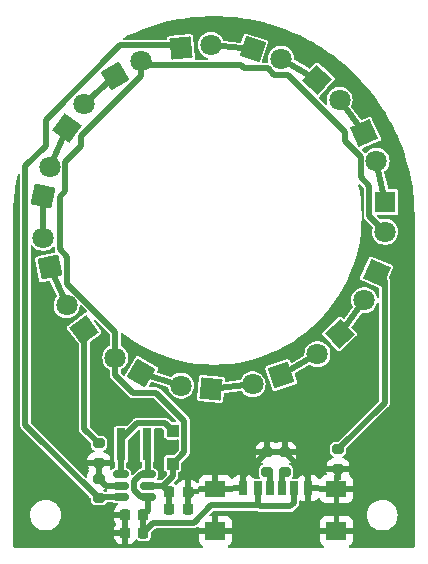
<source format=gbr>
%TF.GenerationSoftware,KiCad,Pcbnew,7.0.5+dfsg-2*%
%TF.CreationDate,2024-03-17T17:57:41+01:00*%
%TF.ProjectId,microscope-lamp-pcb,6d696372-6f73-4636-9f70-652d6c616d70,1*%
%TF.SameCoordinates,Original*%
%TF.FileFunction,Copper,L1,Top*%
%TF.FilePolarity,Positive*%
%FSLAX46Y46*%
G04 Gerber Fmt 4.6, Leading zero omitted, Abs format (unit mm)*
G04 Created by KiCad (PCBNEW 7.0.5+dfsg-2) date 2024-03-17 17:57:41*
%MOMM*%
%LPD*%
G01*
G04 APERTURE LIST*
G04 Aperture macros list*
%AMRoundRect*
0 Rectangle with rounded corners*
0 $1 Rounding radius*
0 $2 $3 $4 $5 $6 $7 $8 $9 X,Y pos of 4 corners*
0 Add a 4 corners polygon primitive as box body*
4,1,4,$2,$3,$4,$5,$6,$7,$8,$9,$2,$3,0*
0 Add four circle primitives for the rounded corners*
1,1,$1+$1,$2,$3*
1,1,$1+$1,$4,$5*
1,1,$1+$1,$6,$7*
1,1,$1+$1,$8,$9*
0 Add four rect primitives between the rounded corners*
20,1,$1+$1,$2,$3,$4,$5,0*
20,1,$1+$1,$4,$5,$6,$7,0*
20,1,$1+$1,$6,$7,$8,$9,0*
20,1,$1+$1,$8,$9,$2,$3,0*%
%AMRotRect*
0 Rectangle, with rotation*
0 The origin of the aperture is its center*
0 $1 length*
0 $2 width*
0 $3 Rotation angle, in degrees counterclockwise*
0 Add horizontal line*
21,1,$1,$2,0,0,$3*%
G04 Aperture macros list end*
%TA.AperFunction,ComponentPad*%
%ADD10RotRect,1.800000X1.800000X54.000000*%
%TD*%
%TA.AperFunction,ComponentPad*%
%ADD11C,1.800000*%
%TD*%
%TA.AperFunction,SMDPad,CuDef*%
%ADD12RoundRect,0.200000X0.275000X-0.200000X0.275000X0.200000X-0.275000X0.200000X-0.275000X-0.200000X0*%
%TD*%
%TA.AperFunction,ComponentPad*%
%ADD13RotRect,1.800000X1.800000X6.000000*%
%TD*%
%TA.AperFunction,SMDPad,CuDef*%
%ADD14RoundRect,0.225000X0.225000X0.250000X-0.225000X0.250000X-0.225000X-0.250000X0.225000X-0.250000X0*%
%TD*%
%TA.AperFunction,SMDPad,CuDef*%
%ADD15RoundRect,0.250000X0.300000X-0.300000X0.300000X0.300000X-0.300000X0.300000X-0.300000X-0.300000X0*%
%TD*%
%TA.AperFunction,ComponentPad*%
%ADD16RotRect,1.800000X1.800000X78.000000*%
%TD*%
%TA.AperFunction,SMDPad,CuDef*%
%ADD17RoundRect,0.200000X-0.275000X0.200000X-0.275000X-0.200000X0.275000X-0.200000X0.275000X0.200000X0*%
%TD*%
%TA.AperFunction,ComponentPad*%
%ADD18RotRect,1.800000X1.800000X294.000000*%
%TD*%
%TA.AperFunction,ComponentPad*%
%ADD19RotRect,1.800000X1.800000X126.000000*%
%TD*%
%TA.AperFunction,ComponentPad*%
%ADD20R,1.800000X1.800000*%
%TD*%
%TA.AperFunction,SMDPad,CuDef*%
%ADD21R,0.700000X1.200000*%
%TD*%
%TA.AperFunction,SMDPad,CuDef*%
%ADD22R,0.760000X1.200000*%
%TD*%
%TA.AperFunction,SMDPad,CuDef*%
%ADD23R,0.800000X1.200000*%
%TD*%
%TA.AperFunction,SMDPad,CuDef*%
%ADD24R,1.800000X1.350000*%
%TD*%
%TA.AperFunction,SMDPad,CuDef*%
%ADD25R,1.800000X1.500000*%
%TD*%
%TA.AperFunction,ComponentPad*%
%ADD26RotRect,1.800000X1.800000X30.000000*%
%TD*%
%TA.AperFunction,ComponentPad*%
%ADD27RotRect,1.800000X1.800000X342.000000*%
%TD*%
%TA.AperFunction,ComponentPad*%
%ADD28RotRect,1.800000X1.800000X246.000000*%
%TD*%
%TA.AperFunction,ComponentPad*%
%ADD29RotRect,1.800000X1.800000X222.000000*%
%TD*%
%TA.AperFunction,SMDPad,CuDef*%
%ADD30RoundRect,0.150000X-0.512500X-0.150000X0.512500X-0.150000X0.512500X0.150000X-0.512500X0.150000X0*%
%TD*%
%TA.AperFunction,ComponentPad*%
%ADD31RotRect,1.800000X1.800000X174.000000*%
%TD*%
%TA.AperFunction,ComponentPad*%
%ADD32RotRect,1.800000X1.800000X102.000000*%
%TD*%
%TA.AperFunction,ComponentPad*%
%ADD33RotRect,1.800000X1.800000X150.000000*%
%TD*%
%TA.AperFunction,SMDPad,CuDef*%
%ADD34R,0.800000X2.700000*%
%TD*%
%TA.AperFunction,ComponentPad*%
%ADD35RotRect,1.800000X1.800000X198.000000*%
%TD*%
%TA.AperFunction,SMDPad,CuDef*%
%ADD36RoundRect,0.225000X-0.225000X-0.250000X0.225000X-0.250000X0.225000X0.250000X-0.225000X0.250000X0*%
%TD*%
%TA.AperFunction,ComponentPad*%
%ADD37RotRect,1.800000X1.800000X318.000000*%
%TD*%
%TA.AperFunction,ViaPad*%
%ADD38C,0.800000*%
%TD*%
%TA.AperFunction,Conductor*%
%ADD39C,0.500000*%
%TD*%
G04 APERTURE END LIST*
D10*
%TO.P,D8,1,K*%
%TO.N,Net-(D8-K)*%
X137519827Y-92508611D03*
D11*
%TO.P,D8,2,A*%
%TO.N,Net-(D7-K)*%
X139012802Y-90453708D03*
%TD*%
D12*
%TO.P,R3,1*%
%TO.N,Net-(J1-CC2)*%
X156000000Y-121575000D03*
%TO.P,R3,2*%
%TO.N,GND*%
X156000000Y-119925000D03*
%TD*%
D13*
%TO.P,D6,1,K*%
%TO.N,Net-(D6-K)*%
X147216322Y-85712706D03*
D11*
%TO.P,D6,2,A*%
%TO.N,Net-(D5-K)*%
X149742408Y-85447204D03*
%TD*%
D14*
%TO.P,C4,1*%
%TO.N,Net-(U1-EN)*%
X144025000Y-125250000D03*
%TO.P,C4,2*%
%TO.N,GND*%
X142475000Y-125250000D03*
%TD*%
D15*
%TO.P,D1,1,K*%
%TO.N,Net-(D1-K)*%
X146500000Y-120900000D03*
%TO.P,D1,2,A*%
%TO.N,Net-(D1-A)*%
X146500000Y-118100000D03*
%TD*%
D16*
%TO.P,D9,1,K*%
%TO.N,Net-(D10-A)*%
X135551772Y-98232419D03*
D11*
%TO.P,D9,2,A*%
%TO.N,Net-(D8-K)*%
X136079868Y-95747924D03*
%TD*%
D12*
%TO.P,R1,1*%
%TO.N,Net-(D6-K)*%
X140250000Y-123825000D03*
%TO.P,R1,2*%
%TO.N,GND*%
X140250000Y-122175000D03*
%TD*%
D17*
%TO.P,R2,1*%
%TO.N,Net-(D11-K)*%
X140250000Y-119175000D03*
%TO.P,R2,2*%
%TO.N,GND*%
X140250000Y-120825000D03*
%TD*%
D18*
%TO.P,D3,1,K*%
%TO.N,Net-(D3-K)*%
X162727820Y-92937548D03*
D11*
%TO.P,D3,2,A*%
%TO.N,Net-(D2-K)*%
X163760931Y-95257953D03*
%TD*%
D19*
%TO.P,D11,1,K*%
%TO.N,Net-(D11-K)*%
X139018680Y-109554383D03*
D11*
%TO.P,D11,2,A*%
%TO.N,Net-(D10-K)*%
X137525705Y-107499480D03*
%TD*%
D14*
%TO.P,C3,1*%
%TO.N,Net-(U1-EN)*%
X144025000Y-126750000D03*
%TO.P,C3,2*%
%TO.N,GND*%
X142475000Y-126750000D03*
%TD*%
D20*
%TO.P,D2,1,K*%
%TO.N,Net-(D2-K)*%
X164500000Y-98725000D03*
D11*
%TO.P,D2,2,A*%
%TO.N,Net-(D1-K)*%
X164500000Y-101265000D03*
%TD*%
D21*
%TO.P,J1,A5,CC1*%
%TO.N,Net-(J1-CC1)*%
X154750000Y-122967500D03*
D22*
%TO.P,J1,A9,VBUS*%
%TO.N,Net-(U1-EN)*%
X156770000Y-122967500D03*
D23*
%TO.P,J1,A12,GND*%
%TO.N,GND*%
X158000000Y-122967500D03*
D21*
%TO.P,J1,B5,CC2*%
%TO.N,Net-(J1-CC2)*%
X155750000Y-122967500D03*
D22*
%TO.P,J1,B9,VBUS*%
%TO.N,Net-(U1-EN)*%
X153730000Y-122967500D03*
D23*
%TO.P,J1,B12,GND*%
%TO.N,GND*%
X152500000Y-122967500D03*
D24*
%TO.P,J1,S1,SHIELD*%
X150125000Y-123022500D03*
D25*
X150125000Y-126602500D03*
D24*
X160375000Y-123022500D03*
D25*
X160375000Y-126602500D03*
%TD*%
D26*
%TO.P,D7,1,K*%
%TO.N,Net-(D7-K)*%
X141645818Y-88080132D03*
D11*
%TO.P,D7,2,A*%
%TO.N,Net-(D1-K)*%
X143845523Y-86810132D03*
%TD*%
D27*
%TO.P,D5,1,K*%
%TO.N,Net-(D5-K)*%
X153268149Y-85815684D03*
D11*
%TO.P,D5,2,A*%
%TO.N,Net-(D4-K)*%
X155683833Y-86600587D03*
%TD*%
D28*
%TO.P,D16,1,K*%
%TO.N,Net-(D16-K)*%
X163764998Y-104732911D03*
D11*
%TO.P,D16,2,A*%
%TO.N,Net-(D15-K)*%
X162731887Y-107053316D03*
%TD*%
D17*
%TO.P,R5,1*%
%TO.N,Net-(D16-K)*%
X160500000Y-119675000D03*
%TO.P,R5,2*%
%TO.N,GND*%
X160500000Y-121325000D03*
%TD*%
D29*
%TO.P,D15,1,K*%
%TO.N,Net-(D15-K)*%
X160649903Y-109922458D03*
D11*
%TO.P,D15,2,A*%
%TO.N,Net-(D14-K)*%
X158762315Y-111622050D03*
%TD*%
D30*
%TO.P,U1,1,SW*%
%TO.N,Net-(D1-A)*%
X142112500Y-121800000D03*
%TO.P,U1,2,GND*%
%TO.N,GND*%
X142112500Y-122750000D03*
%TO.P,U1,3,FB*%
%TO.N,Net-(D6-K)*%
X142112500Y-123700000D03*
%TO.P,U1,4,EN*%
%TO.N,Net-(U1-EN)*%
X144387500Y-123700000D03*
%TO.P,U1,5,OVP*%
%TO.N,Net-(D1-K)*%
X144387500Y-122750000D03*
%TO.P,U1,6,VIN*%
%TO.N,Net-(U1-EN)*%
X144387500Y-121800000D03*
%TD*%
D31*
%TO.P,D13,1,K*%
%TO.N,Net-(D13-K)*%
X149752353Y-114553841D03*
D11*
%TO.P,D13,2,A*%
%TO.N,Net-(D12-K)*%
X147226267Y-114288339D03*
%TD*%
D32*
%TO.P,D10,1,K*%
%TO.N,Net-(D10-K)*%
X136081947Y-104261858D03*
D11*
%TO.P,D10,2,A*%
%TO.N,Net-(D10-A)*%
X135553851Y-101777363D03*
%TD*%
D33*
%TO.P,D12,1,K*%
%TO.N,Net-(D12-K)*%
X143854182Y-113194868D03*
D11*
%TO.P,D12,2,A*%
%TO.N,Net-(D1-K)*%
X141654477Y-111924868D03*
%TD*%
D34*
%TO.P,L1,1,1*%
%TO.N,Net-(U1-EN)*%
X144350000Y-119250000D03*
%TO.P,L1,2,2*%
%TO.N,Net-(D1-A)*%
X142150000Y-119250000D03*
%TD*%
D35*
%TO.P,D14,1,K*%
%TO.N,Net-(D14-K)*%
X155693343Y-113396323D03*
D11*
%TO.P,D14,2,A*%
%TO.N,Net-(D13-K)*%
X153277659Y-114181226D03*
%TD*%
D36*
%TO.P,C2,1*%
%TO.N,Net-(D1-K)*%
X146225000Y-123250000D03*
%TO.P,C2,2*%
%TO.N,GND*%
X147775000Y-123250000D03*
%TD*%
%TO.P,C1,1*%
%TO.N,Net-(D1-K)*%
X146225000Y-124750000D03*
%TO.P,C1,2*%
%TO.N,GND*%
X147775000Y-124750000D03*
%TD*%
D37*
%TO.P,D4,1,K*%
%TO.N,Net-(D4-K)*%
X158754884Y-88371259D03*
D11*
%TO.P,D4,2,A*%
%TO.N,Net-(D3-K)*%
X160642472Y-90070851D03*
%TD*%
D12*
%TO.P,R4,1*%
%TO.N,Net-(J1-CC1)*%
X154500000Y-121575000D03*
%TO.P,R4,2*%
%TO.N,GND*%
X154500000Y-119925000D03*
%TD*%
D38*
%TO.N,GND*%
X165750000Y-96500000D03*
X139000000Y-121250000D03*
X134000000Y-127000000D03*
X156500000Y-111250000D03*
X148250000Y-121000000D03*
X148250000Y-127000000D03*
X163250000Y-109000000D03*
X136500000Y-114250000D03*
X165750000Y-127250000D03*
X144750000Y-84500000D03*
X133750000Y-119250000D03*
X159250000Y-116000000D03*
X140750000Y-126000000D03*
X164750000Y-119500000D03*
X155250000Y-118250000D03*
X135500000Y-106250000D03*
X146500000Y-119500000D03*
X155000000Y-84500000D03*
X143250000Y-119750000D03*
X140750000Y-117750000D03*
X162250000Y-122750000D03*
X163250000Y-90500000D03*
X163250000Y-102500000D03*
X143500000Y-111250000D03*
%TD*%
D39*
%TO.N,Net-(D1-A)*%
X145850000Y-117450000D02*
X146500000Y-118100000D01*
X142150000Y-118800000D02*
X143500000Y-117450000D01*
X142112500Y-121800000D02*
X142112500Y-119287500D01*
X143500000Y-117450000D02*
X145850000Y-117450000D01*
%TO.N,Net-(U1-EN)*%
X153730000Y-124297500D02*
X153841250Y-124408750D01*
X143826472Y-121800000D02*
X144387500Y-121800000D01*
X144387500Y-123700000D02*
X144387500Y-124887500D01*
X156770000Y-124230000D02*
X156770000Y-123467500D01*
X144387500Y-123700000D02*
X143826472Y-123700000D01*
X143275000Y-123148528D02*
X143275000Y-122351472D01*
X144387500Y-121800000D02*
X144387500Y-119287500D01*
X148275000Y-125902500D02*
X149768750Y-124408750D01*
X153841250Y-124408750D02*
X153950000Y-124517500D01*
X153730000Y-123467500D02*
X153730000Y-124297500D01*
X143826472Y-123700000D02*
X143275000Y-123148528D01*
X144387500Y-124887500D02*
X144025000Y-125250000D01*
X156482500Y-124517500D02*
X156770000Y-124230000D01*
X143275000Y-122351472D02*
X143826472Y-121800000D01*
X144872500Y-125902500D02*
X148275000Y-125902500D01*
X144025000Y-126750000D02*
X144025000Y-125250000D01*
X153950000Y-124517500D02*
X156482500Y-124517500D01*
X144025000Y-126750000D02*
X144872500Y-125902500D01*
X149768750Y-124408750D02*
X153841250Y-124408750D01*
%TO.N,Net-(D1-K)*%
X155124644Y-87950587D02*
X156243022Y-87950587D01*
X138750000Y-93178447D02*
X138750000Y-93993534D01*
X161089566Y-92797131D02*
X161089566Y-93580072D01*
X163150000Y-99915000D02*
X164500000Y-101265000D01*
X137599400Y-103382249D02*
X137599400Y-105663986D01*
X141654477Y-109719063D02*
X141654477Y-111924868D01*
X146500000Y-121975000D02*
X146500000Y-120900000D01*
X145124291Y-114874291D02*
X143124291Y-114874291D01*
X143845523Y-86810132D02*
X143845523Y-88082924D01*
X144387500Y-122750000D02*
X145725000Y-122750000D01*
X162410931Y-96635931D02*
X163150000Y-97375000D01*
X137429868Y-97839987D02*
X136961556Y-98308299D01*
X161089566Y-93580072D02*
X162410931Y-94901437D01*
X147500000Y-117250000D02*
X147500000Y-119900000D01*
X136961556Y-102744405D02*
X137599400Y-103382249D01*
X162410931Y-94901437D02*
X162410931Y-96635931D01*
X137429868Y-95313666D02*
X137429868Y-97839987D01*
X145725000Y-122750000D02*
X146225000Y-123250000D01*
X137599400Y-105663986D02*
X141654477Y-109719063D01*
X141654477Y-111924868D02*
X141654477Y-113404477D01*
X147500000Y-119900000D02*
X146500000Y-120900000D01*
X143124291Y-114874291D02*
X141654477Y-113404477D01*
X144187242Y-87151851D02*
X152256018Y-87151851D01*
X154573807Y-87399750D02*
X155124644Y-87950587D01*
X136961556Y-98308299D02*
X136961556Y-102744405D01*
X146225000Y-124750000D02*
X146225000Y-123250000D01*
X147500000Y-117250000D02*
X145124291Y-114874291D01*
X163150000Y-97375000D02*
X163150000Y-99915000D01*
X143845523Y-88082924D02*
X138750000Y-93178447D01*
X152256018Y-87151851D02*
X152503917Y-87399750D01*
X138750000Y-93993534D02*
X137429868Y-95313666D01*
X156243022Y-87950587D02*
X161089566Y-92797131D01*
X145725000Y-122750000D02*
X146500000Y-121975000D01*
X152503917Y-87399750D02*
X154573807Y-87399750D01*
%TO.N,Net-(D3-K)*%
X162727820Y-92937548D02*
X160642472Y-90070851D01*
%TO.N,Net-(D4-K)*%
X158754884Y-88371259D02*
X155683833Y-86600587D01*
%TO.N,Net-(D5-K)*%
X153268149Y-85815684D02*
X149742408Y-85447204D01*
%TO.N,Net-(D6-K)*%
X134034319Y-117609319D02*
X134034319Y-95715681D01*
X142070576Y-85460132D02*
X135750000Y-91780708D01*
X142112500Y-123700000D02*
X140375000Y-123700000D01*
X146963748Y-85460132D02*
X142070576Y-85460132D01*
X134034319Y-117609319D02*
X140250000Y-123825000D01*
X135750000Y-91780708D02*
X135750000Y-94000000D01*
X135750000Y-94000000D02*
X134034319Y-95715681D01*
%TO.N,Net-(D7-K)*%
X141645818Y-88080132D02*
X139012802Y-90453708D01*
%TO.N,Net-(D8-K)*%
X137519827Y-92508611D02*
X136079868Y-95747924D01*
%TO.N,Net-(D10-A)*%
X135551772Y-98232419D02*
X135553851Y-101777363D01*
%TO.N,Net-(D10-K)*%
X136081947Y-104261858D02*
X137525705Y-107499480D01*
%TO.N,Net-(D11-K)*%
X139018680Y-117943680D02*
X139018680Y-109554383D01*
X139018680Y-117943680D02*
X140250000Y-119175000D01*
%TO.N,Net-(J1-CC1)*%
X154750000Y-121825000D02*
X154500000Y-121575000D01*
X154750000Y-122967500D02*
X154750000Y-121825000D01*
%TO.N,Net-(J1-CC2)*%
X155750000Y-121825000D02*
X156000000Y-121575000D01*
X155750000Y-122967500D02*
X155750000Y-121825000D01*
%TO.N,Net-(D12-K)*%
X143854182Y-113194868D02*
X147226267Y-114288339D01*
%TO.N,Net-(D13-K)*%
X149752353Y-114553841D02*
X153277659Y-114181226D01*
%TO.N,Net-(D14-K)*%
X155693343Y-113396323D02*
X158762315Y-111622050D01*
%TO.N,Net-(D15-K)*%
X160649903Y-109922458D02*
X162731887Y-107053316D01*
%TO.N,Net-(D16-K)*%
X164446671Y-105414584D02*
X164446671Y-115728329D01*
X164446671Y-115728329D02*
X160500000Y-119675000D01*
X163764998Y-104732911D02*
X164446671Y-105414584D01*
%TO.N,Net-(D2-K)*%
X164500000Y-98725000D02*
X163760931Y-95257953D01*
%TO.N,GND*%
X152500000Y-121925000D02*
X154500000Y-119925000D01*
X142475000Y-126750000D02*
X142475000Y-125250000D01*
X156000000Y-119925000D02*
X154500000Y-119925000D01*
X158000000Y-121925000D02*
X156000000Y-119925000D01*
X140250000Y-122175000D02*
X140825000Y-122750000D01*
X148047500Y-123522500D02*
X147775000Y-123250000D01*
X158000000Y-122967500D02*
X158000000Y-121925000D01*
X152500000Y-122967500D02*
X152500000Y-121925000D01*
X140825000Y-122750000D02*
X142112500Y-122750000D01*
X147775000Y-123250000D02*
X147775000Y-124750000D01*
X140250000Y-122175000D02*
X140250000Y-120825000D01*
%TD*%
%TA.AperFunction,Conductor*%
%TO.N,GND*%
G36*
X150188112Y-83004978D02*
G01*
X150198610Y-83005227D01*
X150626630Y-83015416D01*
X150627672Y-83015454D01*
X151001170Y-83033520D01*
X151002221Y-83033584D01*
X151439772Y-83064878D01*
X151441018Y-83064983D01*
X151633117Y-83083610D01*
X151813012Y-83101053D01*
X151813988Y-83101158D01*
X152249734Y-83153258D01*
X152250895Y-83153412D01*
X152620770Y-83207421D01*
X152621656Y-83207561D01*
X153054574Y-83280360D01*
X153055724Y-83280569D01*
X153249645Y-83318534D01*
X153422285Y-83352333D01*
X153423296Y-83352542D01*
X153745272Y-83422583D01*
X153852339Y-83445874D01*
X153853578Y-83446161D01*
X154216052Y-83535503D01*
X154216847Y-83535707D01*
X154604710Y-83639634D01*
X154641307Y-83649441D01*
X154642606Y-83649808D01*
X155000386Y-83756572D01*
X155419697Y-83890611D01*
X155421007Y-83891051D01*
X155772753Y-84014814D01*
X156185635Y-84168811D01*
X156186894Y-84169303D01*
X156531859Y-84309756D01*
X156937303Y-84483378D01*
X156938633Y-84483972D01*
X157275893Y-84640687D01*
X157673096Y-84833637D01*
X157674430Y-84834311D01*
X157878138Y-84941225D01*
X158003115Y-85006818D01*
X158391254Y-85218758D01*
X158392625Y-85219535D01*
X158711926Y-85407329D01*
X159090198Y-85637898D01*
X159091435Y-85638679D01*
X159400636Y-85841251D01*
X159768183Y-86090014D01*
X159769533Y-86090962D01*
X160067704Y-86307594D01*
X160423799Y-86574163D01*
X160425100Y-86575173D01*
X160711631Y-86805297D01*
X160736676Y-86825976D01*
X160963448Y-87013215D01*
X161055397Y-87089134D01*
X161056706Y-87090254D01*
X161330826Y-87333103D01*
X161661660Y-87633851D01*
X161662915Y-87635033D01*
X161923919Y-87889805D01*
X162241083Y-88206969D01*
X162242329Y-88208260D01*
X162489651Y-88474197D01*
X162792407Y-88807239D01*
X162793610Y-88808613D01*
X163026482Y-89084630D01*
X163314342Y-89433268D01*
X163315435Y-89434643D01*
X163432299Y-89587580D01*
X163533361Y-89719838D01*
X163628145Y-89846454D01*
X163805674Y-90083605D01*
X163806741Y-90085089D01*
X163921002Y-90250625D01*
X164009028Y-90378153D01*
X164265240Y-90756707D01*
X164266296Y-90758334D01*
X164452525Y-91058151D01*
X164692027Y-91451078D01*
X164693022Y-91452785D01*
X164862729Y-91757979D01*
X165085064Y-92165155D01*
X165085992Y-92166940D01*
X165238677Y-92475771D01*
X165365876Y-92737619D01*
X165443434Y-92897279D01*
X165444280Y-92899118D01*
X165555315Y-93154014D01*
X165579533Y-93209608D01*
X165766270Y-93645681D01*
X165767050Y-93647614D01*
X165884575Y-93957500D01*
X166052889Y-94408770D01*
X166053587Y-94410772D01*
X166153030Y-94716826D01*
X166302591Y-95184692D01*
X166303202Y-95186760D01*
X166384233Y-95484369D01*
X166514821Y-95971733D01*
X166515342Y-95973864D01*
X166577684Y-96255963D01*
X166577669Y-96255966D01*
X166577755Y-96256282D01*
X166689082Y-96768049D01*
X166689506Y-96770238D01*
X166733127Y-97025633D01*
X166824969Y-97571802D01*
X166825294Y-97574044D01*
X166849900Y-97776681D01*
X166850263Y-97779718D01*
X166850264Y-97779734D01*
X166922174Y-98381172D01*
X166922395Y-98383463D01*
X166927936Y-98459756D01*
X166928058Y-98461464D01*
X166928059Y-98461489D01*
X166980161Y-99189960D01*
X166980273Y-99192313D01*
X166999486Y-99999412D01*
X166999500Y-100000590D01*
X166999500Y-127900500D01*
X166980593Y-127958691D01*
X166931093Y-127994655D01*
X166900500Y-127999500D01*
X161519811Y-127999500D01*
X161461620Y-127980593D01*
X161425656Y-127931093D01*
X161425656Y-127869907D01*
X161461620Y-127820407D01*
X161485214Y-127807742D01*
X161517090Y-127795852D01*
X161632184Y-127709692D01*
X161632192Y-127709684D01*
X161718352Y-127594590D01*
X161718353Y-127594588D01*
X161768596Y-127459881D01*
X161768598Y-127459870D01*
X161775000Y-127400324D01*
X161775000Y-126852501D01*
X161774999Y-126852500D01*
X158975000Y-126852500D01*
X158975000Y-127400324D01*
X158974999Y-127400324D01*
X158981401Y-127459870D01*
X158981403Y-127459881D01*
X159031646Y-127594588D01*
X159031647Y-127594590D01*
X159117807Y-127709684D01*
X159117815Y-127709692D01*
X159232909Y-127795852D01*
X159264786Y-127807742D01*
X159312700Y-127845793D01*
X159329098Y-127904740D01*
X159307716Y-127962067D01*
X159256722Y-127995878D01*
X159230189Y-127999500D01*
X151269811Y-127999500D01*
X151211620Y-127980593D01*
X151175656Y-127931093D01*
X151175656Y-127869907D01*
X151211620Y-127820407D01*
X151235214Y-127807742D01*
X151267090Y-127795852D01*
X151382184Y-127709692D01*
X151382192Y-127709684D01*
X151468352Y-127594590D01*
X151468353Y-127594588D01*
X151518596Y-127459881D01*
X151518598Y-127459870D01*
X151525000Y-127400324D01*
X151525000Y-126852501D01*
X151524999Y-126852500D01*
X148725001Y-126852500D01*
X148725000Y-126852501D01*
X148725000Y-127400324D01*
X148724999Y-127400324D01*
X148731401Y-127459870D01*
X148731403Y-127459881D01*
X148781646Y-127594588D01*
X148781647Y-127594590D01*
X148867807Y-127709684D01*
X148867815Y-127709692D01*
X148982909Y-127795852D01*
X149014786Y-127807742D01*
X149062700Y-127845793D01*
X149079098Y-127904740D01*
X149057716Y-127962067D01*
X149006722Y-127995878D01*
X148980189Y-127999500D01*
X133099500Y-127999500D01*
X133041309Y-127980593D01*
X133005345Y-127931093D01*
X133000500Y-127900500D01*
X133000500Y-127048322D01*
X141525001Y-127048322D01*
X141535142Y-127147597D01*
X141535145Y-127147609D01*
X141588454Y-127308487D01*
X141677425Y-127452729D01*
X141797270Y-127572574D01*
X141941512Y-127661545D01*
X142102396Y-127714856D01*
X142201676Y-127724999D01*
X142225000Y-127724998D01*
X142225000Y-127000001D01*
X142224999Y-127000000D01*
X141525002Y-127000000D01*
X141525001Y-127000001D01*
X141525001Y-127048322D01*
X133000500Y-127048322D01*
X133000500Y-125250003D01*
X134444532Y-125250003D01*
X134464363Y-125476684D01*
X134464364Y-125476691D01*
X134464365Y-125476692D01*
X134470610Y-125500000D01*
X134523262Y-125696500D01*
X134619426Y-125902723D01*
X134619434Y-125902737D01*
X134749946Y-126089130D01*
X134749947Y-126089132D01*
X134749950Y-126089135D01*
X134749953Y-126089139D01*
X134910861Y-126250047D01*
X134910864Y-126250049D01*
X134910867Y-126250052D01*
X134910869Y-126250053D01*
X135023062Y-126328610D01*
X135097266Y-126380568D01*
X135097272Y-126380571D01*
X135097276Y-126380573D01*
X135303500Y-126476737D01*
X135303504Y-126476739D01*
X135523308Y-126535635D01*
X135523312Y-126535635D01*
X135523315Y-126535636D01*
X135693208Y-126550500D01*
X135693216Y-126550500D01*
X135806792Y-126550500D01*
X135976684Y-126535636D01*
X135976685Y-126535635D01*
X135976692Y-126535635D01*
X136109688Y-126499999D01*
X141525000Y-126499999D01*
X141525001Y-126500000D01*
X142224999Y-126500000D01*
X142225000Y-126499998D01*
X142225000Y-125500000D01*
X141525001Y-125500000D01*
X141525001Y-125548322D01*
X141535142Y-125647597D01*
X141535145Y-125647609D01*
X141588454Y-125808487D01*
X141674525Y-125948026D01*
X141688982Y-126007478D01*
X141674525Y-126051972D01*
X141588454Y-126191512D01*
X141535143Y-126352396D01*
X141525000Y-126451676D01*
X141525000Y-126499999D01*
X136109688Y-126499999D01*
X136196496Y-126476739D01*
X136402734Y-126380568D01*
X136589139Y-126250047D01*
X136750047Y-126089139D01*
X136880568Y-125902734D01*
X136976739Y-125696496D01*
X137035635Y-125476692D01*
X137037234Y-125458424D01*
X137055468Y-125250003D01*
X137055468Y-125249996D01*
X137035636Y-125023315D01*
X137035635Y-125023312D01*
X137035635Y-125023308D01*
X136976739Y-124803504D01*
X136938061Y-124720559D01*
X136880573Y-124597276D01*
X136880571Y-124597272D01*
X136880568Y-124597266D01*
X136789014Y-124466512D01*
X136750053Y-124410869D01*
X136750052Y-124410867D01*
X136750049Y-124410864D01*
X136750047Y-124410861D01*
X136589139Y-124249953D01*
X136589135Y-124249950D01*
X136589132Y-124249947D01*
X136589130Y-124249946D01*
X136402737Y-124119434D01*
X136402736Y-124119433D01*
X136402734Y-124119432D01*
X136402731Y-124119430D01*
X136402723Y-124119426D01*
X136196499Y-124023262D01*
X136196500Y-124023262D01*
X136030288Y-123978726D01*
X135976692Y-123964365D01*
X135976691Y-123964364D01*
X135976684Y-123964363D01*
X135806792Y-123949500D01*
X135806784Y-123949500D01*
X135693216Y-123949500D01*
X135693208Y-123949500D01*
X135523315Y-123964363D01*
X135303499Y-124023262D01*
X135097276Y-124119426D01*
X135097262Y-124119434D01*
X134910869Y-124249946D01*
X134910867Y-124249947D01*
X134749947Y-124410867D01*
X134749946Y-124410869D01*
X134619434Y-124597262D01*
X134619426Y-124597276D01*
X134523262Y-124803499D01*
X134464363Y-125023315D01*
X134444532Y-125249996D01*
X134444532Y-125250003D01*
X133000500Y-125250003D01*
X133000500Y-100000589D01*
X133000514Y-99999411D01*
X133004931Y-99813865D01*
X133019727Y-99192274D01*
X133019836Y-99189993D01*
X133072064Y-98459756D01*
X133072074Y-98459756D01*
X133072070Y-98459661D01*
X133077608Y-98383401D01*
X133077824Y-98381172D01*
X133150079Y-97776851D01*
X133150103Y-97776853D01*
X133150100Y-97776681D01*
X133174709Y-97574007D01*
X133175029Y-97571802D01*
X133176749Y-97561577D01*
X133266900Y-97025468D01*
X133272357Y-96993517D01*
X133310495Y-96770220D01*
X133310917Y-96768049D01*
X133323238Y-96711410D01*
X133388082Y-96413324D01*
X133418926Y-96360485D01*
X133474939Y-96335865D01*
X133534727Y-96348871D01*
X133575451Y-96394535D01*
X133583819Y-96434371D01*
X133583819Y-117581232D01*
X133583508Y-117586778D01*
X133579049Y-117626353D01*
X133579049Y-117626357D01*
X133589935Y-117683892D01*
X133590245Y-117685716D01*
X133598971Y-117743606D01*
X133601159Y-117750700D01*
X133600736Y-117750830D01*
X133601428Y-117752932D01*
X133601845Y-117752787D01*
X133604294Y-117759787D01*
X133631657Y-117811561D01*
X133632491Y-117813213D01*
X133657893Y-117865960D01*
X133662072Y-117872089D01*
X133661708Y-117872336D01*
X133662996Y-117874150D01*
X133663349Y-117873890D01*
X133667753Y-117879857D01*
X133709174Y-117921279D01*
X133710458Y-117922612D01*
X133750263Y-117965513D01*
X133756062Y-117970137D01*
X133755786Y-117970482D01*
X133766919Y-117979023D01*
X139545504Y-123757608D01*
X139573281Y-123812125D01*
X139574500Y-123827612D01*
X139574500Y-124056520D01*
X139574501Y-124056523D01*
X139589352Y-124150299D01*
X139589354Y-124150304D01*
X139646950Y-124263342D01*
X139736658Y-124353050D01*
X139849696Y-124410646D01*
X139943481Y-124425500D01*
X140556518Y-124425499D01*
X140556520Y-124425499D01*
X140556521Y-124425498D01*
X140603411Y-124418072D01*
X140650299Y-124410647D01*
X140650299Y-124410646D01*
X140650304Y-124410646D01*
X140763342Y-124353050D01*
X140853050Y-124263342D01*
X140878012Y-124214352D01*
X140883004Y-124204555D01*
X140926268Y-124161290D01*
X140971213Y-124150500D01*
X141393732Y-124150500D01*
X141437212Y-124160559D01*
X141498607Y-124190573D01*
X141566740Y-124200500D01*
X141566743Y-124200500D01*
X141816089Y-124200500D01*
X141874280Y-124219407D01*
X141910244Y-124268907D01*
X141910244Y-124330093D01*
X141874280Y-124379593D01*
X141868062Y-124383760D01*
X141797270Y-124427425D01*
X141677425Y-124547270D01*
X141588454Y-124691512D01*
X141535143Y-124852396D01*
X141525000Y-124951676D01*
X141525000Y-124999998D01*
X141525001Y-125000000D01*
X142626000Y-125000000D01*
X142684191Y-125018907D01*
X142720155Y-125068407D01*
X142725000Y-125099000D01*
X142725000Y-127724997D01*
X142725001Y-127724999D01*
X142748322Y-127724999D01*
X142847597Y-127714857D01*
X142847609Y-127714854D01*
X143008487Y-127661545D01*
X143152729Y-127572574D01*
X143272571Y-127452732D01*
X143351205Y-127325248D01*
X143397847Y-127285647D01*
X143458857Y-127281024D01*
X143505467Y-127307215D01*
X143546780Y-127348528D01*
X143546782Y-127348529D01*
X143666867Y-127409716D01*
X143666869Y-127409716D01*
X143666874Y-127409719D01*
X143742541Y-127421703D01*
X143766510Y-127425500D01*
X143766512Y-127425500D01*
X144283490Y-127425500D01*
X144304885Y-127422111D01*
X144383126Y-127409719D01*
X144503220Y-127348528D01*
X144598528Y-127253220D01*
X144659719Y-127133126D01*
X144675500Y-127033488D01*
X144675500Y-126777610D01*
X144694407Y-126719420D01*
X144704496Y-126707607D01*
X145030107Y-126381996D01*
X145084624Y-126354219D01*
X145100111Y-126353000D01*
X148246913Y-126353000D01*
X148252459Y-126353311D01*
X148292035Y-126357770D01*
X148349584Y-126346880D01*
X148351400Y-126346572D01*
X148409287Y-126337848D01*
X148409290Y-126337846D01*
X148416381Y-126335659D01*
X148416512Y-126336084D01*
X148418613Y-126335392D01*
X148418467Y-126334973D01*
X148425463Y-126332524D01*
X148425472Y-126332523D01*
X148457109Y-126315801D01*
X148477252Y-126305156D01*
X148478906Y-126304321D01*
X148499056Y-126294616D01*
X148531642Y-126278925D01*
X148531646Y-126278921D01*
X148537778Y-126274742D01*
X148538028Y-126275109D01*
X148539832Y-126273829D01*
X148539568Y-126273471D01*
X148545530Y-126269069D01*
X148545538Y-126269066D01*
X148555995Y-126258608D01*
X148610510Y-126230829D01*
X148670942Y-126240399D01*
X148714208Y-126283662D01*
X148725000Y-126328610D01*
X148725000Y-126352499D01*
X148725001Y-126352500D01*
X149874999Y-126352500D01*
X149875000Y-126352498D01*
X149875000Y-125352501D01*
X149874999Y-125352500D01*
X150375000Y-125352500D01*
X150375000Y-126352499D01*
X150375001Y-126352500D01*
X151524999Y-126352500D01*
X151525000Y-126352499D01*
X158975000Y-126352499D01*
X158975001Y-126352500D01*
X160124999Y-126352500D01*
X160125000Y-126352499D01*
X160125000Y-125352501D01*
X160124999Y-125352500D01*
X160625000Y-125352500D01*
X160625000Y-126352499D01*
X160625001Y-126352500D01*
X161774999Y-126352500D01*
X161775000Y-126352499D01*
X161775000Y-125804675D01*
X161768598Y-125745129D01*
X161768596Y-125745118D01*
X161718353Y-125610411D01*
X161718352Y-125610409D01*
X161632192Y-125495315D01*
X161632184Y-125495307D01*
X161517090Y-125409147D01*
X161517088Y-125409146D01*
X161382381Y-125358903D01*
X161382370Y-125358901D01*
X161322824Y-125352500D01*
X160625000Y-125352500D01*
X160124999Y-125352500D01*
X159427176Y-125352500D01*
X159367629Y-125358901D01*
X159367618Y-125358903D01*
X159232911Y-125409146D01*
X159232909Y-125409147D01*
X159117815Y-125495307D01*
X159117807Y-125495315D01*
X159031647Y-125610409D01*
X159031646Y-125610411D01*
X158981403Y-125745118D01*
X158981401Y-125745129D01*
X158975000Y-125804675D01*
X158975000Y-126352499D01*
X151525000Y-126352499D01*
X151525000Y-125804675D01*
X151518598Y-125745129D01*
X151518596Y-125745118D01*
X151468353Y-125610411D01*
X151468352Y-125610409D01*
X151382192Y-125495315D01*
X151382184Y-125495307D01*
X151267090Y-125409147D01*
X151267088Y-125409146D01*
X151132381Y-125358903D01*
X151132370Y-125358901D01*
X151072824Y-125352500D01*
X150375000Y-125352500D01*
X149874999Y-125352500D01*
X149701111Y-125352500D01*
X149642920Y-125333593D01*
X149606956Y-125284093D01*
X149606956Y-125250003D01*
X162944532Y-125250003D01*
X162964363Y-125476684D01*
X162964364Y-125476691D01*
X162964365Y-125476692D01*
X162970610Y-125500000D01*
X163023262Y-125696500D01*
X163119426Y-125902723D01*
X163119434Y-125902737D01*
X163249946Y-126089130D01*
X163249947Y-126089132D01*
X163249950Y-126089135D01*
X163249953Y-126089139D01*
X163410861Y-126250047D01*
X163410864Y-126250049D01*
X163410867Y-126250052D01*
X163410869Y-126250053D01*
X163523062Y-126328610D01*
X163597266Y-126380568D01*
X163597272Y-126380571D01*
X163597276Y-126380573D01*
X163803500Y-126476737D01*
X163803504Y-126476739D01*
X164023308Y-126535635D01*
X164023312Y-126535635D01*
X164023315Y-126535636D01*
X164193208Y-126550500D01*
X164193216Y-126550500D01*
X164306792Y-126550500D01*
X164476684Y-126535636D01*
X164476685Y-126535635D01*
X164476692Y-126535635D01*
X164696496Y-126476739D01*
X164902734Y-126380568D01*
X165089139Y-126250047D01*
X165250047Y-126089139D01*
X165380568Y-125902734D01*
X165476739Y-125696496D01*
X165535635Y-125476692D01*
X165537234Y-125458424D01*
X165555468Y-125250003D01*
X165555468Y-125249996D01*
X165535636Y-125023315D01*
X165535635Y-125023312D01*
X165535635Y-125023308D01*
X165476739Y-124803504D01*
X165438061Y-124720559D01*
X165380573Y-124597276D01*
X165380571Y-124597272D01*
X165380568Y-124597266D01*
X165289014Y-124466512D01*
X165250053Y-124410869D01*
X165250052Y-124410867D01*
X165250049Y-124410864D01*
X165250047Y-124410861D01*
X165089139Y-124249953D01*
X165089135Y-124249950D01*
X165089132Y-124249947D01*
X165089130Y-124249946D01*
X164902737Y-124119434D01*
X164902736Y-124119433D01*
X164902734Y-124119432D01*
X164902731Y-124119430D01*
X164902723Y-124119426D01*
X164696499Y-124023262D01*
X164696500Y-124023262D01*
X164530288Y-123978726D01*
X164476692Y-123964365D01*
X164476691Y-123964364D01*
X164476684Y-123964363D01*
X164306792Y-123949500D01*
X164306784Y-123949500D01*
X164193216Y-123949500D01*
X164193208Y-123949500D01*
X164023315Y-123964363D01*
X163803499Y-124023262D01*
X163597276Y-124119426D01*
X163597262Y-124119434D01*
X163410869Y-124249946D01*
X163410867Y-124249947D01*
X163249947Y-124410867D01*
X163249946Y-124410869D01*
X163119434Y-124597262D01*
X163119426Y-124597276D01*
X163023262Y-124803499D01*
X162964363Y-125023315D01*
X162944532Y-125249996D01*
X162944532Y-125250003D01*
X149606956Y-125250003D01*
X149606956Y-125222907D01*
X149631107Y-125183496D01*
X149926357Y-124888246D01*
X149980874Y-124860469D01*
X149996361Y-124859250D01*
X153620994Y-124859250D01*
X153676764Y-124876453D01*
X153688509Y-124884461D01*
X153690018Y-124885532D01*
X153701391Y-124893925D01*
X153737118Y-124920293D01*
X153737121Y-124920294D01*
X153743677Y-124923759D01*
X153743469Y-124924151D01*
X153745450Y-124925151D01*
X153745643Y-124924753D01*
X153752327Y-124927972D01*
X153808292Y-124945234D01*
X153810043Y-124945810D01*
X153865301Y-124965146D01*
X153865302Y-124965146D01*
X153872593Y-124966526D01*
X153872510Y-124966960D01*
X153874697Y-124967331D01*
X153874763Y-124966894D01*
X153882096Y-124967999D01*
X153882098Y-124968000D01*
X153940626Y-124968000D01*
X153942477Y-124968035D01*
X153965920Y-124968911D01*
X154001010Y-124970225D01*
X154001017Y-124970223D01*
X154008384Y-124969394D01*
X154008433Y-124969832D01*
X154022347Y-124968000D01*
X156454413Y-124968000D01*
X156459959Y-124968311D01*
X156499535Y-124972770D01*
X156557084Y-124961880D01*
X156558900Y-124961572D01*
X156616787Y-124952848D01*
X156616790Y-124952846D01*
X156623881Y-124950659D01*
X156624012Y-124951084D01*
X156626113Y-124950392D01*
X156625967Y-124949973D01*
X156632963Y-124947524D01*
X156632972Y-124947523D01*
X156669963Y-124927972D01*
X156684752Y-124920156D01*
X156686406Y-124919321D01*
X156706556Y-124909616D01*
X156739142Y-124893925D01*
X156739146Y-124893921D01*
X156745278Y-124889742D01*
X156745528Y-124890109D01*
X156747332Y-124888829D01*
X156747068Y-124888471D01*
X156753030Y-124884069D01*
X156753038Y-124884066D01*
X156794497Y-124842605D01*
X156795749Y-124841400D01*
X156838694Y-124801555D01*
X156838696Y-124801551D01*
X156843323Y-124795751D01*
X156843668Y-124796026D01*
X156852204Y-124784898D01*
X157068704Y-124568398D01*
X157072835Y-124564706D01*
X157103970Y-124539879D01*
X157136979Y-124491461D01*
X157138019Y-124489998D01*
X157148719Y-124475500D01*
X157172792Y-124442883D01*
X157172793Y-124442879D01*
X157176258Y-124436324D01*
X157176650Y-124436531D01*
X157177651Y-124434548D01*
X157177253Y-124434356D01*
X157180468Y-124427677D01*
X157180472Y-124427673D01*
X157197735Y-124371703D01*
X157198305Y-124369969D01*
X157217646Y-124314700D01*
X157217646Y-124314697D01*
X157219026Y-124307408D01*
X157219460Y-124307490D01*
X157219831Y-124305307D01*
X157219394Y-124305242D01*
X157220500Y-124297904D01*
X157220500Y-124239357D01*
X157220535Y-124237507D01*
X157222031Y-124197498D01*
X157222724Y-124178990D01*
X157222722Y-124178984D01*
X157221893Y-124171615D01*
X157222331Y-124171565D01*
X157220500Y-124157655D01*
X157220500Y-124102188D01*
X157239407Y-124043997D01*
X157288907Y-124008033D01*
X157350093Y-124008033D01*
X157354097Y-124009430D01*
X157492621Y-124061096D01*
X157492629Y-124061098D01*
X157552176Y-124067500D01*
X157749999Y-124067500D01*
X157750000Y-124067499D01*
X157750000Y-124067498D01*
X158250000Y-124067498D01*
X158250001Y-124067500D01*
X158447824Y-124067500D01*
X158507370Y-124061098D01*
X158507381Y-124061096D01*
X158642088Y-124010853D01*
X158642090Y-124010852D01*
X158757184Y-123924692D01*
X158757192Y-123924684D01*
X158828015Y-123830078D01*
X158878024Y-123794825D01*
X158939203Y-123795699D01*
X158988184Y-123832366D01*
X159000026Y-123854810D01*
X159031647Y-123939590D01*
X159117807Y-124054684D01*
X159117815Y-124054692D01*
X159232909Y-124140852D01*
X159232911Y-124140853D01*
X159367618Y-124191096D01*
X159367629Y-124191098D01*
X159427176Y-124197500D01*
X160124999Y-124197500D01*
X160125000Y-124197499D01*
X160625000Y-124197499D01*
X160625001Y-124197500D01*
X161322824Y-124197500D01*
X161382370Y-124191098D01*
X161382381Y-124191096D01*
X161517088Y-124140853D01*
X161517090Y-124140852D01*
X161632184Y-124054692D01*
X161632192Y-124054684D01*
X161718352Y-123939590D01*
X161718353Y-123939588D01*
X161768596Y-123804881D01*
X161768598Y-123804870D01*
X161775000Y-123745324D01*
X161775000Y-123272501D01*
X161774999Y-123272500D01*
X160625001Y-123272500D01*
X160625000Y-123272501D01*
X160625000Y-124197499D01*
X160125000Y-124197499D01*
X160125000Y-124197498D01*
X160125000Y-123272501D01*
X160124999Y-123272500D01*
X158996007Y-123272500D01*
X158937816Y-123253593D01*
X158926003Y-123243504D01*
X158899999Y-123217500D01*
X158250001Y-123217500D01*
X158250000Y-123217501D01*
X158250000Y-124067498D01*
X157750000Y-124067498D01*
X157750000Y-122717499D01*
X158250000Y-122717499D01*
X158250001Y-122717500D01*
X158878993Y-122717500D01*
X158937184Y-122736407D01*
X158948997Y-122746496D01*
X158975001Y-122772500D01*
X160124999Y-122772500D01*
X160125000Y-122772499D01*
X160625000Y-122772499D01*
X160625001Y-122772500D01*
X161774999Y-122772500D01*
X161775000Y-122772498D01*
X161775000Y-122299675D01*
X161768598Y-122240129D01*
X161768596Y-122240118D01*
X161718353Y-122105411D01*
X161718352Y-122105409D01*
X161632192Y-121990315D01*
X161632184Y-121990307D01*
X161517090Y-121904147D01*
X161517088Y-121904146D01*
X161491078Y-121894445D01*
X161443163Y-121856395D01*
X161426765Y-121797448D01*
X161431157Y-121772234D01*
X161468589Y-121652110D01*
X161468591Y-121652104D01*
X161474999Y-121581581D01*
X161475000Y-121581568D01*
X161475000Y-121575001D01*
X161474999Y-121575000D01*
X160750000Y-121575000D01*
X160750000Y-122166000D01*
X160731093Y-122224191D01*
X160681593Y-122260155D01*
X160651000Y-122265000D01*
X160625001Y-122265000D01*
X160625000Y-122265001D01*
X160625000Y-122772499D01*
X160125000Y-122772499D01*
X160125000Y-121906500D01*
X160143907Y-121848309D01*
X160193407Y-121812345D01*
X160224000Y-121807500D01*
X160249999Y-121807500D01*
X160250000Y-121807499D01*
X160250000Y-121575001D01*
X160249999Y-121575000D01*
X159525001Y-121575000D01*
X159525001Y-121581582D01*
X159531408Y-121652103D01*
X159531410Y-121652109D01*
X159552269Y-121719047D01*
X159551530Y-121780228D01*
X159514971Y-121829290D01*
X159457752Y-121847500D01*
X159427176Y-121847500D01*
X159367629Y-121853901D01*
X159367618Y-121853903D01*
X159232911Y-121904146D01*
X159232909Y-121904147D01*
X159117815Y-121990307D01*
X159117807Y-121990315D01*
X159031647Y-122105408D01*
X159026528Y-122119135D01*
X158988476Y-122167049D01*
X158929529Y-122183446D01*
X158872202Y-122162063D01*
X158849144Y-122130314D01*
X158846746Y-122131624D01*
X158843352Y-122125409D01*
X158757192Y-122010315D01*
X158757184Y-122010307D01*
X158642090Y-121924147D01*
X158642088Y-121924146D01*
X158507381Y-121873903D01*
X158507370Y-121873901D01*
X158447824Y-121867500D01*
X158250001Y-121867500D01*
X158250000Y-121867501D01*
X158250000Y-122717499D01*
X157750000Y-122717499D01*
X157750000Y-121867501D01*
X157749999Y-121867500D01*
X157552176Y-121867500D01*
X157492629Y-121873901D01*
X157492618Y-121873903D01*
X157357911Y-121924146D01*
X157357909Y-121924147D01*
X157242815Y-122010307D01*
X157242807Y-122010315D01*
X157155210Y-122127329D01*
X157105201Y-122162582D01*
X157075957Y-122167000D01*
X156685709Y-122167000D01*
X156627518Y-122148093D01*
X156591554Y-122098593D01*
X156591554Y-122037407D01*
X156600121Y-122020592D01*
X156599513Y-122020283D01*
X156604596Y-122010307D01*
X156660646Y-121900304D01*
X156675500Y-121806519D01*
X156675499Y-121343482D01*
X156668494Y-121299252D01*
X156660647Y-121249700D01*
X156660646Y-121249698D01*
X156660646Y-121249696D01*
X156603050Y-121136658D01*
X156513342Y-121046950D01*
X156510939Y-121045725D01*
X156409677Y-120994129D01*
X156366413Y-120950864D01*
X156356842Y-120890432D01*
X156384620Y-120835916D01*
X156425171Y-120811402D01*
X156564398Y-120768018D01*
X156564400Y-120768017D01*
X156709872Y-120680075D01*
X156830075Y-120559872D01*
X156918017Y-120414400D01*
X156918020Y-120414392D01*
X156968589Y-120252110D01*
X156968591Y-120252104D01*
X156974999Y-120181581D01*
X156975000Y-120181568D01*
X156975000Y-120175001D01*
X156974999Y-120175000D01*
X153525001Y-120175000D01*
X153525001Y-120181582D01*
X153531408Y-120252103D01*
X153531410Y-120252109D01*
X153581979Y-120414392D01*
X153581982Y-120414400D01*
X153669924Y-120559872D01*
X153790127Y-120680075D01*
X153935599Y-120768017D01*
X153935609Y-120768021D01*
X154074828Y-120811403D01*
X154124759Y-120846765D01*
X154144369Y-120904723D01*
X154126166Y-120963138D01*
X154090322Y-120994129D01*
X153986659Y-121046949D01*
X153896949Y-121136659D01*
X153839354Y-121249695D01*
X153824500Y-121343477D01*
X153824500Y-121806520D01*
X153824501Y-121806523D01*
X153839352Y-121900299D01*
X153839354Y-121900304D01*
X153881622Y-121983260D01*
X153900487Y-122020283D01*
X153898171Y-122021462D01*
X153913291Y-122068006D01*
X153894380Y-122126195D01*
X153844878Y-122162156D01*
X153814291Y-122167000D01*
X153424043Y-122167000D01*
X153365852Y-122148093D01*
X153344790Y-122127329D01*
X153257192Y-122010315D01*
X153257184Y-122010307D01*
X153142090Y-121924147D01*
X153142088Y-121924146D01*
X153007381Y-121873903D01*
X153007370Y-121873901D01*
X152947824Y-121867500D01*
X152750000Y-121867500D01*
X152750000Y-123118500D01*
X152731093Y-123176691D01*
X152681593Y-123212655D01*
X152651000Y-123217500D01*
X151600001Y-123217500D01*
X151573997Y-123243504D01*
X151519480Y-123271281D01*
X151503993Y-123272500D01*
X148765001Y-123272500D01*
X148765000Y-123272501D01*
X148765000Y-123401000D01*
X148746093Y-123459191D01*
X148696593Y-123495155D01*
X148666000Y-123500000D01*
X148025001Y-123500000D01*
X148025000Y-123500001D01*
X148025000Y-124901000D01*
X148006093Y-124959191D01*
X147956593Y-124995155D01*
X147926000Y-125000000D01*
X147624000Y-125000000D01*
X147565809Y-124981093D01*
X147529845Y-124931593D01*
X147525000Y-124901000D01*
X147525000Y-122999999D01*
X148025000Y-122999999D01*
X148025001Y-123000000D01*
X148684999Y-123000000D01*
X148685000Y-122999999D01*
X148685000Y-122871500D01*
X148703907Y-122813309D01*
X148753407Y-122777345D01*
X148784000Y-122772500D01*
X149874999Y-122772500D01*
X149875000Y-122772499D01*
X149875000Y-122772498D01*
X150375000Y-122772498D01*
X150375001Y-122772500D01*
X151524999Y-122772500D01*
X151551003Y-122746496D01*
X151605520Y-122718719D01*
X151621007Y-122717500D01*
X152249999Y-122717500D01*
X152250000Y-122717499D01*
X152250000Y-121867501D01*
X152249999Y-121867500D01*
X152052176Y-121867500D01*
X151992629Y-121873901D01*
X151992618Y-121873903D01*
X151857911Y-121924146D01*
X151857909Y-121924147D01*
X151742815Y-122010307D01*
X151742807Y-122010315D01*
X151656647Y-122125409D01*
X151653254Y-122131624D01*
X151650365Y-122130046D01*
X151620765Y-122167162D01*
X151561784Y-122183437D01*
X151504501Y-122161936D01*
X151473470Y-122119131D01*
X151468352Y-122105409D01*
X151382192Y-121990315D01*
X151382184Y-121990307D01*
X151267090Y-121904147D01*
X151267088Y-121904146D01*
X151132381Y-121853903D01*
X151132370Y-121853901D01*
X151072824Y-121847500D01*
X150375001Y-121847500D01*
X150375000Y-121847501D01*
X150375000Y-122772498D01*
X149875000Y-122772498D01*
X149875000Y-121847501D01*
X149874999Y-121847500D01*
X149177176Y-121847500D01*
X149117629Y-121853901D01*
X149117618Y-121853903D01*
X148982911Y-121904146D01*
X148982909Y-121904147D01*
X148867815Y-121990307D01*
X148867807Y-121990315D01*
X148781647Y-122105409D01*
X148781646Y-122105411D01*
X148731403Y-122240118D01*
X148731401Y-122240129D01*
X148725000Y-122299675D01*
X148725000Y-122460688D01*
X148706093Y-122518879D01*
X148656593Y-122554843D01*
X148595407Y-122554843D01*
X148555996Y-122530692D01*
X148452729Y-122427425D01*
X148308487Y-122338454D01*
X148147603Y-122285143D01*
X148048323Y-122275000D01*
X148025001Y-122275000D01*
X148025000Y-122275001D01*
X148025000Y-122999999D01*
X147525000Y-122999999D01*
X147525000Y-122275000D01*
X147524999Y-122274999D01*
X147501689Y-122275000D01*
X147501684Y-122275001D01*
X147402401Y-122285142D01*
X147402390Y-122285145D01*
X147241512Y-122338454D01*
X147097270Y-122427425D01*
X146977425Y-122547270D01*
X146898793Y-122674751D01*
X146852152Y-122714352D01*
X146791141Y-122718975D01*
X146744531Y-122692783D01*
X146703220Y-122651472D01*
X146663923Y-122631449D01*
X146620659Y-122588184D01*
X146611088Y-122527752D01*
X146638864Y-122473238D01*
X146798703Y-122313398D01*
X146802825Y-122309714D01*
X146833970Y-122284879D01*
X146866985Y-122236453D01*
X146868036Y-122234974D01*
X146902793Y-122187882D01*
X146902795Y-122187876D01*
X146906263Y-122181316D01*
X146906655Y-122181523D01*
X146907651Y-122179550D01*
X146907252Y-122179358D01*
X146910472Y-122172672D01*
X146911325Y-122169907D01*
X146927754Y-122116639D01*
X146928292Y-122115005D01*
X146947646Y-122059699D01*
X146947646Y-122059696D01*
X146947647Y-122059694D01*
X146949026Y-122052407D01*
X146949460Y-122052489D01*
X146949831Y-122050307D01*
X146949394Y-122050242D01*
X146950500Y-122042904D01*
X146950500Y-121984374D01*
X146950535Y-121982523D01*
X146951391Y-121959612D01*
X146952725Y-121923990D01*
X146952723Y-121923983D01*
X146951894Y-121916616D01*
X146952331Y-121916566D01*
X146950500Y-121902652D01*
X146950500Y-121694865D01*
X146969407Y-121636674D01*
X147007448Y-121608381D01*
X147006326Y-121606258D01*
X147012879Y-121602793D01*
X147012882Y-121602793D01*
X147122150Y-121522150D01*
X147202793Y-121412882D01*
X147247646Y-121284699D01*
X147250499Y-121254273D01*
X147250500Y-121254272D01*
X147250500Y-120827610D01*
X147269407Y-120769419D01*
X147279490Y-120757612D01*
X147798699Y-120238402D01*
X147802830Y-120234710D01*
X147833970Y-120209879D01*
X147866985Y-120161453D01*
X147868036Y-120159974D01*
X147902793Y-120112882D01*
X147902795Y-120112876D01*
X147906263Y-120106316D01*
X147906655Y-120106523D01*
X147907651Y-120104550D01*
X147907252Y-120104358D01*
X147910472Y-120097672D01*
X147927754Y-120041639D01*
X147928292Y-120040005D01*
X147947646Y-119984699D01*
X147947646Y-119984696D01*
X147947647Y-119984694D01*
X147949026Y-119977407D01*
X147949460Y-119977489D01*
X147949831Y-119975307D01*
X147949394Y-119975242D01*
X147950500Y-119967904D01*
X147950500Y-119909374D01*
X147950535Y-119907523D01*
X147951391Y-119884612D01*
X147952725Y-119848990D01*
X147952723Y-119848983D01*
X147951894Y-119841616D01*
X147952331Y-119841566D01*
X147950500Y-119827652D01*
X147950500Y-119674999D01*
X153525000Y-119674999D01*
X153525001Y-119675000D01*
X154249999Y-119675000D01*
X154250000Y-119674999D01*
X154250000Y-119674998D01*
X154750000Y-119674998D01*
X154750001Y-119675000D01*
X155749999Y-119675000D01*
X155750000Y-119674998D01*
X155750000Y-119025001D01*
X155749999Y-119025000D01*
X156250000Y-119025000D01*
X156250000Y-119674999D01*
X156250001Y-119675000D01*
X156974998Y-119675000D01*
X156974999Y-119674999D01*
X156974999Y-119668433D01*
X156974998Y-119668417D01*
X156968591Y-119597896D01*
X156968589Y-119597890D01*
X156918020Y-119435607D01*
X156918017Y-119435599D01*
X156830075Y-119290127D01*
X156709872Y-119169924D01*
X156564400Y-119081982D01*
X156564392Y-119081979D01*
X156402110Y-119031410D01*
X156402104Y-119031408D01*
X156331581Y-119025000D01*
X156250000Y-119025000D01*
X155749999Y-119025000D01*
X155749998Y-119024999D01*
X155668434Y-119025000D01*
X155668417Y-119025001D01*
X155597896Y-119031408D01*
X155597890Y-119031410D01*
X155435607Y-119081979D01*
X155435595Y-119081984D01*
X155301216Y-119163220D01*
X155241636Y-119177144D01*
X155198784Y-119163220D01*
X155064404Y-119081984D01*
X155064392Y-119081979D01*
X154902110Y-119031410D01*
X154902104Y-119031408D01*
X154831581Y-119025000D01*
X154750000Y-119025000D01*
X154750000Y-119674998D01*
X154250000Y-119674998D01*
X154250000Y-119025001D01*
X154249998Y-119024999D01*
X154168434Y-119025000D01*
X154168417Y-119025001D01*
X154097896Y-119031408D01*
X154097890Y-119031410D01*
X153935607Y-119081979D01*
X153935599Y-119081982D01*
X153790127Y-119169924D01*
X153669924Y-119290127D01*
X153581982Y-119435599D01*
X153581979Y-119435607D01*
X153531410Y-119597889D01*
X153531408Y-119597895D01*
X153525000Y-119668418D01*
X153525000Y-119674999D01*
X147950500Y-119674999D01*
X147950500Y-117278085D01*
X147950811Y-117272538D01*
X147955270Y-117232965D01*
X147944380Y-117175409D01*
X147944072Y-117173593D01*
X147943752Y-117171468D01*
X147935348Y-117115713D01*
X147935345Y-117115707D01*
X147933160Y-117108619D01*
X147933582Y-117108488D01*
X147932892Y-117106390D01*
X147932476Y-117106536D01*
X147930024Y-117099529D01*
X147930024Y-117099528D01*
X147902630Y-117047699D01*
X147901821Y-117046095D01*
X147876425Y-116993358D01*
X147876423Y-116993356D01*
X147872247Y-116987230D01*
X147872610Y-116986982D01*
X147871324Y-116985168D01*
X147870970Y-116985430D01*
X147866567Y-116979465D01*
X147866566Y-116979462D01*
X147866562Y-116979458D01*
X147825144Y-116938039D01*
X147823860Y-116936706D01*
X147784059Y-116893810D01*
X147784057Y-116893809D01*
X147784055Y-116893806D01*
X147784051Y-116893803D01*
X147778259Y-116889185D01*
X147778533Y-116888840D01*
X147767400Y-116880296D01*
X145462693Y-114575589D01*
X145458991Y-114571446D01*
X145434170Y-114540321D01*
X145385785Y-114507332D01*
X145384276Y-114506261D01*
X145337172Y-114471497D01*
X145330613Y-114468031D01*
X145330817Y-114467643D01*
X145328835Y-114466643D01*
X145328646Y-114467037D01*
X145321961Y-114463817D01*
X145266004Y-114446557D01*
X145264246Y-114445979D01*
X145208993Y-114426646D01*
X145208992Y-114426645D01*
X145208990Y-114426645D01*
X145208987Y-114426644D01*
X145201705Y-114425267D01*
X145201786Y-114424835D01*
X145199593Y-114424462D01*
X145199528Y-114424896D01*
X145192194Y-114423791D01*
X145192193Y-114423791D01*
X145133649Y-114423791D01*
X145131799Y-114423756D01*
X145076465Y-114421686D01*
X145073281Y-114421567D01*
X145073280Y-114421567D01*
X145065906Y-114422398D01*
X145065856Y-114421959D01*
X145051947Y-114423791D01*
X144586884Y-114423791D01*
X144528693Y-114404884D01*
X144492729Y-114355384D01*
X144492729Y-114294198D01*
X144501147Y-114275291D01*
X144654169Y-114010249D01*
X144699637Y-113969310D01*
X144760487Y-113962914D01*
X144770428Y-113965574D01*
X146070033Y-114386999D01*
X146119555Y-114422934D01*
X146138073Y-114472034D01*
X146139870Y-114491422D01*
X146195685Y-114687589D01*
X146286594Y-114870160D01*
X146409503Y-115032918D01*
X146560226Y-115170320D01*
X146733630Y-115277687D01*
X146923811Y-115351363D01*
X147124291Y-115388839D01*
X147328243Y-115388839D01*
X147517195Y-115353518D01*
X148561742Y-115353518D01*
X148567198Y-115412897D01*
X148604337Y-115483485D01*
X148604339Y-115483486D01*
X148665661Y-115534489D01*
X148665662Y-115534489D01*
X148665663Y-115534490D01*
X148722610Y-115552173D01*
X150552029Y-115744452D01*
X150611408Y-115738996D01*
X150681997Y-115701856D01*
X150733002Y-115640531D01*
X150750685Y-115583584D01*
X150814823Y-114973346D01*
X150839710Y-114917451D01*
X150892698Y-114886858D01*
X150902867Y-114885244D01*
X152261691Y-114741620D01*
X152321545Y-114754306D01*
X152351098Y-114780410D01*
X152460895Y-114925805D01*
X152611618Y-115063207D01*
X152785022Y-115170574D01*
X152975203Y-115244250D01*
X153175683Y-115281726D01*
X153379635Y-115281726D01*
X153580115Y-115244250D01*
X153770296Y-115170574D01*
X153943700Y-115063207D01*
X154094423Y-114925805D01*
X154217332Y-114763047D01*
X154308241Y-114580476D01*
X154364056Y-114384309D01*
X154382874Y-114181226D01*
X154364056Y-113978143D01*
X154308241Y-113781976D01*
X154217332Y-113599405D01*
X154094423Y-113436647D01*
X153943700Y-113299245D01*
X153770296Y-113191878D01*
X153580115Y-113118202D01*
X153580114Y-113118201D01*
X153580112Y-113118201D01*
X153379635Y-113080726D01*
X153175683Y-113080726D01*
X152975205Y-113118201D01*
X152906439Y-113144841D01*
X152785022Y-113191878D01*
X152632641Y-113286228D01*
X152611618Y-113299245D01*
X152477455Y-113421551D01*
X152460895Y-113436647D01*
X152428874Y-113479050D01*
X152337987Y-113599403D01*
X152337982Y-113599412D01*
X152247071Y-113781986D01*
X152246610Y-113783178D01*
X152246272Y-113783592D01*
X152245037Y-113786073D01*
X152244477Y-113785794D01*
X152207951Y-113830603D01*
X152164708Y-113845851D01*
X151041144Y-113964608D01*
X150981288Y-113951922D01*
X150940321Y-113906476D01*
X150932280Y-113855810D01*
X150942964Y-113754165D01*
X150937508Y-113694786D01*
X150923966Y-113669048D01*
X150900368Y-113624196D01*
X150900366Y-113624195D01*
X150839044Y-113573192D01*
X150782100Y-113555510D01*
X150782098Y-113555509D01*
X150782096Y-113555509D01*
X148952677Y-113363230D01*
X148952675Y-113363230D01*
X148893296Y-113368686D01*
X148822708Y-113405825D01*
X148822707Y-113405827D01*
X148771704Y-113467149D01*
X148754022Y-113524093D01*
X148754021Y-113524096D01*
X148754021Y-113524098D01*
X148564528Y-115327015D01*
X148561742Y-115353518D01*
X147517195Y-115353518D01*
X147528723Y-115351363D01*
X147718904Y-115277687D01*
X147892308Y-115170320D01*
X148043031Y-115032918D01*
X148165940Y-114870160D01*
X148256849Y-114687589D01*
X148312664Y-114491422D01*
X148331482Y-114288339D01*
X148312664Y-114085256D01*
X148256849Y-113889089D01*
X148165940Y-113706518D01*
X148043031Y-113543760D01*
X147892308Y-113406358D01*
X147718904Y-113298991D01*
X147528723Y-113225315D01*
X147528722Y-113225314D01*
X147528720Y-113225314D01*
X147328243Y-113187839D01*
X147124291Y-113187839D01*
X146923813Y-113225314D01*
X146894350Y-113236728D01*
X146733630Y-113298991D01*
X146560226Y-113406358D01*
X146460131Y-113497607D01*
X146447055Y-113509527D01*
X146391313Y-113534757D01*
X146349822Y-113530538D01*
X145271213Y-113180776D01*
X145221691Y-113144841D01*
X145202750Y-113086661D01*
X145216012Y-113037107D01*
X145267117Y-112948593D01*
X145286284Y-112892129D01*
X145281067Y-112812535D01*
X145276093Y-112802448D01*
X154355479Y-112802448D01*
X154362488Y-112861664D01*
X154883059Y-114463819D01*
X154930923Y-114611129D01*
X154960059Y-114663154D01*
X155022695Y-114712533D01*
X155022697Y-114712533D01*
X155022699Y-114712535D01*
X155099468Y-114734187D01*
X155158684Y-114727178D01*
X156908149Y-114158743D01*
X156960174Y-114129607D01*
X157009555Y-114066967D01*
X157031207Y-113990198D01*
X157024198Y-113930982D01*
X156834585Y-113347413D01*
X156834585Y-113286228D01*
X156870549Y-113236728D01*
X156879176Y-113231122D01*
X158064566Y-112545809D01*
X158124405Y-112533053D01*
X158166231Y-112547346D01*
X158269678Y-112611398D01*
X158459859Y-112685074D01*
X158660339Y-112722550D01*
X158864291Y-112722550D01*
X159064771Y-112685074D01*
X159254952Y-112611398D01*
X159428356Y-112504031D01*
X159579079Y-112366629D01*
X159701988Y-112203871D01*
X159792897Y-112021300D01*
X159848712Y-111825133D01*
X159867530Y-111622050D01*
X159848712Y-111418967D01*
X159792897Y-111222800D01*
X159701988Y-111040229D01*
X159579079Y-110877471D01*
X159428356Y-110740069D01*
X159254952Y-110632702D01*
X159064771Y-110559026D01*
X159064770Y-110559025D01*
X159064768Y-110559025D01*
X158864291Y-110521550D01*
X158660339Y-110521550D01*
X158459861Y-110559025D01*
X158406699Y-110579620D01*
X158269678Y-110632702D01*
X158096273Y-110740068D01*
X158096274Y-110740069D01*
X157945552Y-110877470D01*
X157822643Y-111040227D01*
X157822638Y-111040236D01*
X157731734Y-111222797D01*
X157675918Y-111418967D01*
X157657100Y-111622051D01*
X157661681Y-111671496D01*
X157648222Y-111731183D01*
X157612653Y-111766336D01*
X156631050Y-112333833D01*
X156571209Y-112346590D01*
X156515299Y-112321736D01*
X156487345Y-112278718D01*
X156463026Y-112203872D01*
X156455763Y-112181517D01*
X156426627Y-112129492D01*
X156426626Y-112129491D01*
X156363990Y-112080112D01*
X156363987Y-112080111D01*
X156287218Y-112058459D01*
X156228002Y-112065468D01*
X154952707Y-112479836D01*
X154478536Y-112633903D01*
X154426511Y-112663039D01*
X154377132Y-112725675D01*
X154377131Y-112725678D01*
X154372811Y-112740997D01*
X154355479Y-112802448D01*
X145276093Y-112802448D01*
X145245788Y-112740997D01*
X145200957Y-112701681D01*
X143607907Y-111781933D01*
X143607905Y-111781932D01*
X143607901Y-111781930D01*
X143551444Y-111762766D01*
X143551440Y-111762766D01*
X143471847Y-111767983D01*
X143400313Y-111803260D01*
X143360992Y-111848096D01*
X142464395Y-113401047D01*
X142418926Y-113441988D01*
X142358076Y-113448384D01*
X142308655Y-113421551D01*
X142133973Y-113246869D01*
X142106196Y-113192352D01*
X142104977Y-113176865D01*
X142104977Y-112995448D01*
X142123884Y-112937257D01*
X142151858Y-112911278D01*
X142320518Y-112806849D01*
X142471241Y-112669447D01*
X142594150Y-112506689D01*
X142685059Y-112324118D01*
X142740874Y-112127951D01*
X142759692Y-111924868D01*
X142740874Y-111721785D01*
X142685059Y-111525618D01*
X142594150Y-111343047D01*
X142471241Y-111180289D01*
X142320518Y-111042887D01*
X142297043Y-111028352D01*
X142151860Y-110938458D01*
X142112339Y-110891750D01*
X142104977Y-110854287D01*
X142104977Y-109901769D01*
X142123884Y-109843578D01*
X142173384Y-109807614D01*
X142234570Y-109807614D01*
X142263507Y-109822667D01*
X142466361Y-109975330D01*
X142763473Y-110198930D01*
X143346716Y-110588641D01*
X143950893Y-110945036D01*
X143950902Y-110945040D01*
X143950906Y-110945043D01*
X144574100Y-111266992D01*
X145214353Y-111553488D01*
X145214359Y-111553490D01*
X145214383Y-111553501D01*
X145869722Y-111803657D01*
X146538056Y-112016674D01*
X147217282Y-112191882D01*
X147905264Y-112328730D01*
X148599837Y-112426788D01*
X149298816Y-112485746D01*
X149939027Y-112503708D01*
X149999998Y-112505419D01*
X150000000Y-112505419D01*
X150000002Y-112505419D01*
X150058432Y-112503779D01*
X150701184Y-112485746D01*
X151400163Y-112426788D01*
X152094736Y-112328730D01*
X152782718Y-112191882D01*
X153461944Y-112016674D01*
X154130278Y-111803657D01*
X154785617Y-111553501D01*
X155425898Y-111266993D01*
X156049107Y-110945036D01*
X156653284Y-110588641D01*
X157236527Y-110198930D01*
X157706621Y-109845148D01*
X159174707Y-109845148D01*
X159186153Y-109924086D01*
X159216642Y-109975332D01*
X159216644Y-109975334D01*
X159905215Y-110740069D01*
X160447504Y-111342342D01*
X160495281Y-111378020D01*
X160572591Y-111397653D01*
X160572591Y-111397652D01*
X160572592Y-111397653D01*
X160572593Y-111397653D01*
X160592584Y-111394754D01*
X160651530Y-111386208D01*
X160702775Y-111355720D01*
X162069787Y-110124857D01*
X162105465Y-110077080D01*
X162125098Y-109999770D01*
X162113653Y-109920831D01*
X162083165Y-109869586D01*
X162083164Y-109869585D01*
X162083163Y-109869583D01*
X162083161Y-109869581D01*
X161672587Y-109413593D01*
X161647700Y-109357697D01*
X161660421Y-109297849D01*
X161666022Y-109289217D01*
X162469872Y-108181446D01*
X162519350Y-108145455D01*
X162568189Y-108142278D01*
X162629911Y-108153816D01*
X162833863Y-108153816D01*
X163034343Y-108116340D01*
X163224524Y-108042664D01*
X163397928Y-107935297D01*
X163548651Y-107797895D01*
X163671560Y-107635137D01*
X163762469Y-107452566D01*
X163801951Y-107313800D01*
X163836060Y-107263008D01*
X163893513Y-107241964D01*
X163952362Y-107258708D01*
X163990131Y-107306845D01*
X163996171Y-107340896D01*
X163996171Y-115500717D01*
X163977264Y-115558908D01*
X163967175Y-115570721D01*
X160492391Y-119045504D01*
X160437874Y-119073281D01*
X160422387Y-119074500D01*
X160193479Y-119074500D01*
X160193476Y-119074501D01*
X160099700Y-119089352D01*
X160099695Y-119089354D01*
X159986659Y-119146949D01*
X159896949Y-119236659D01*
X159839354Y-119349695D01*
X159824500Y-119443477D01*
X159824500Y-119906520D01*
X159824501Y-119906523D01*
X159839352Y-120000299D01*
X159839354Y-120000304D01*
X159896950Y-120113342D01*
X159986658Y-120203050D01*
X160000061Y-120209879D01*
X160090322Y-120255870D01*
X160133586Y-120299135D01*
X160143157Y-120359567D01*
X160115379Y-120414083D01*
X160074829Y-120438596D01*
X159935607Y-120481979D01*
X159935599Y-120481982D01*
X159790127Y-120569924D01*
X159669924Y-120690127D01*
X159581982Y-120835599D01*
X159581979Y-120835607D01*
X159531410Y-120997889D01*
X159531408Y-120997895D01*
X159525000Y-121068418D01*
X159525000Y-121074999D01*
X159525001Y-121075000D01*
X161474998Y-121075000D01*
X161474999Y-121074999D01*
X161474999Y-121068433D01*
X161474998Y-121068417D01*
X161468591Y-120997896D01*
X161468589Y-120997890D01*
X161418020Y-120835607D01*
X161418017Y-120835599D01*
X161330075Y-120690127D01*
X161209872Y-120569924D01*
X161064400Y-120481982D01*
X161064392Y-120481979D01*
X160925170Y-120438596D01*
X160875239Y-120403233D01*
X160855630Y-120345275D01*
X160873833Y-120286860D01*
X160909676Y-120255870D01*
X161013342Y-120203050D01*
X161103050Y-120113342D01*
X161160646Y-120000304D01*
X161175500Y-119906519D01*
X161175499Y-119677610D01*
X161194406Y-119619421D01*
X161204489Y-119607613D01*
X164745370Y-116066731D01*
X164749501Y-116063039D01*
X164780641Y-116038208D01*
X164813656Y-115989782D01*
X164814707Y-115988303D01*
X164849464Y-115941211D01*
X164849466Y-115941205D01*
X164852934Y-115934645D01*
X164853326Y-115934852D01*
X164854322Y-115932879D01*
X164853923Y-115932687D01*
X164857143Y-115926001D01*
X164874425Y-115869968D01*
X164874963Y-115868334D01*
X164894317Y-115813028D01*
X164894317Y-115813025D01*
X164894318Y-115813023D01*
X164895697Y-115805736D01*
X164896131Y-115805818D01*
X164896502Y-115803636D01*
X164896065Y-115803571D01*
X164897171Y-115796233D01*
X164897171Y-115737703D01*
X164897206Y-115735852D01*
X164898062Y-115712941D01*
X164899396Y-115677319D01*
X164899394Y-115677312D01*
X164898565Y-115669945D01*
X164899002Y-115669895D01*
X164897171Y-115655981D01*
X164897171Y-105442669D01*
X164897482Y-105437122D01*
X164897566Y-105436374D01*
X164901941Y-105397549D01*
X164891052Y-105340001D01*
X164890742Y-105338175D01*
X164882019Y-105280299D01*
X164882019Y-105280297D01*
X164882017Y-105280293D01*
X164879831Y-105273206D01*
X164880253Y-105273075D01*
X164879561Y-105270972D01*
X164879145Y-105271118D01*
X164876694Y-105264112D01*
X164849319Y-105212319D01*
X164848501Y-105210698D01*
X164823096Y-105157942D01*
X164820814Y-105153203D01*
X164812602Y-105092572D01*
X164819568Y-105069988D01*
X165144450Y-104340293D01*
X165157610Y-104282135D01*
X165144101Y-104203523D01*
X165135216Y-104189440D01*
X165101539Y-104136063D01*
X165067086Y-104111715D01*
X165052843Y-104101649D01*
X165052841Y-104101648D01*
X165052840Y-104101647D01*
X163424432Y-103376634D01*
X163372380Y-103353459D01*
X163314222Y-103340299D01*
X163314221Y-103340299D01*
X163235610Y-103353807D01*
X163168150Y-103396369D01*
X163133735Y-103445067D01*
X163133734Y-103445068D01*
X162385547Y-105125526D01*
X162372386Y-105183687D01*
X162385894Y-105262298D01*
X162428456Y-105329758D01*
X162441681Y-105339104D01*
X162477153Y-105364173D01*
X162477154Y-105364173D01*
X162477155Y-105364174D01*
X162688963Y-105458477D01*
X163937438Y-106014333D01*
X163982907Y-106055274D01*
X163996171Y-106104774D01*
X163996171Y-106765735D01*
X163977264Y-106823926D01*
X163927764Y-106859890D01*
X163866578Y-106859890D01*
X163817078Y-106823926D01*
X163801951Y-106792831D01*
X163762469Y-106654066D01*
X163671560Y-106471495D01*
X163548651Y-106308737D01*
X163397928Y-106171335D01*
X163224524Y-106063968D01*
X163034343Y-105990292D01*
X163034342Y-105990291D01*
X163034340Y-105990291D01*
X162833863Y-105952816D01*
X162629911Y-105952816D01*
X162429433Y-105990291D01*
X162367374Y-106014333D01*
X162239250Y-106063968D01*
X162065846Y-106171334D01*
X162065846Y-106171335D01*
X161915124Y-106308736D01*
X161792215Y-106471493D01*
X161792210Y-106471502D01*
X161701306Y-106654063D01*
X161701305Y-106654066D01*
X161645490Y-106850233D01*
X161626672Y-107053316D01*
X161645490Y-107256399D01*
X161701305Y-107452566D01*
X161712455Y-107474958D01*
X161749543Y-107549442D01*
X161758555Y-107609960D01*
X161741048Y-107651713D01*
X161074387Y-108570426D01*
X161024908Y-108606419D01*
X160963723Y-108606455D01*
X160920691Y-108578528D01*
X160852302Y-108502574D01*
X160804525Y-108466896D01*
X160804524Y-108466895D01*
X160727213Y-108447262D01*
X160727212Y-108447262D01*
X160648274Y-108458708D01*
X160597028Y-108489197D01*
X160597026Y-108489199D01*
X159230025Y-109720053D01*
X159230017Y-109720061D01*
X159194340Y-109767836D01*
X159174707Y-109845147D01*
X159174707Y-109845148D01*
X157706621Y-109845148D01*
X157797001Y-109777130D01*
X158332943Y-109324568D01*
X158842667Y-108842667D01*
X159324568Y-108332943D01*
X159777130Y-107797001D01*
X160198930Y-107236527D01*
X160588641Y-106653284D01*
X160945036Y-106049107D01*
X161266993Y-105425898D01*
X161553501Y-104785617D01*
X161803657Y-104130278D01*
X162016674Y-103461944D01*
X162191882Y-102782718D01*
X162328730Y-102094736D01*
X162426788Y-101400163D01*
X162485746Y-100701184D01*
X162504036Y-100049287D01*
X162505419Y-100000002D01*
X162505416Y-99999901D01*
X162505083Y-99988038D01*
X162522349Y-99929341D01*
X162529569Y-99923778D01*
X162520407Y-99917122D01*
X162501539Y-99861708D01*
X162497093Y-99703233D01*
X162485746Y-99298816D01*
X162426788Y-98599837D01*
X162328730Y-97905264D01*
X162215004Y-97333525D01*
X162222196Y-97272767D01*
X162263728Y-97227837D01*
X162323738Y-97215900D01*
X162379303Y-97241516D01*
X162382106Y-97244210D01*
X162670504Y-97532608D01*
X162698281Y-97587125D01*
X162699500Y-97602612D01*
X162699500Y-99858931D01*
X162680593Y-99917122D01*
X162676032Y-99920435D01*
X162682471Y-99924843D01*
X162701318Y-99966856D01*
X162705616Y-99989573D01*
X162705926Y-99991397D01*
X162714652Y-100049287D01*
X162716840Y-100056381D01*
X162716417Y-100056511D01*
X162717109Y-100058613D01*
X162717526Y-100058468D01*
X162719975Y-100065468D01*
X162747338Y-100117242D01*
X162748172Y-100118894D01*
X162773574Y-100171641D01*
X162777753Y-100177770D01*
X162777389Y-100178017D01*
X162778677Y-100179831D01*
X162779030Y-100179571D01*
X162783434Y-100185538D01*
X162824854Y-100226959D01*
X162826138Y-100228292D01*
X162865944Y-100271194D01*
X162871743Y-100275818D01*
X162871467Y-100276163D01*
X162882600Y-100284704D01*
X163427000Y-100829104D01*
X163454777Y-100883621D01*
X163452217Y-100926200D01*
X163413603Y-101061915D01*
X163413602Y-101061917D01*
X163413603Y-101061917D01*
X163394785Y-101265000D01*
X163413603Y-101468083D01*
X163469418Y-101664250D01*
X163560327Y-101846821D01*
X163683236Y-102009579D01*
X163833959Y-102146981D01*
X164007363Y-102254348D01*
X164197544Y-102328024D01*
X164398024Y-102365500D01*
X164601976Y-102365500D01*
X164802456Y-102328024D01*
X164992637Y-102254348D01*
X165166041Y-102146981D01*
X165316764Y-102009579D01*
X165439673Y-101846821D01*
X165530582Y-101664250D01*
X165586397Y-101468083D01*
X165605215Y-101265000D01*
X165586397Y-101061917D01*
X165530582Y-100865750D01*
X165439673Y-100683179D01*
X165316764Y-100520421D01*
X165166041Y-100383019D01*
X164992637Y-100275652D01*
X164802456Y-100201976D01*
X164802455Y-100201975D01*
X164802453Y-100201975D01*
X164601976Y-100164500D01*
X164398024Y-100164500D01*
X164197552Y-100201974D01*
X164197536Y-100201978D01*
X164168702Y-100213148D01*
X164107610Y-100216536D01*
X164062939Y-100190836D01*
X163866607Y-99994504D01*
X163838830Y-99939987D01*
X163848401Y-99879555D01*
X163891666Y-99836290D01*
X163936611Y-99825500D01*
X165419747Y-99825500D01*
X165419748Y-99825500D01*
X165478231Y-99813867D01*
X165544552Y-99769552D01*
X165588867Y-99703231D01*
X165600500Y-99644748D01*
X165600500Y-97805252D01*
X165588867Y-97746769D01*
X165544552Y-97680448D01*
X165544548Y-97680445D01*
X165478233Y-97636134D01*
X165478231Y-97636133D01*
X165478228Y-97636132D01*
X165478227Y-97636132D01*
X165419758Y-97624501D01*
X165419748Y-97624500D01*
X165419747Y-97624500D01*
X164806150Y-97624500D01*
X164747959Y-97605593D01*
X164711995Y-97556093D01*
X164709325Y-97546140D01*
X164699906Y-97501953D01*
X164424236Y-96208760D01*
X164430596Y-96147909D01*
X164454362Y-96114963D01*
X164577695Y-96002532D01*
X164700604Y-95839774D01*
X164791513Y-95657203D01*
X164847328Y-95461036D01*
X164866146Y-95257953D01*
X164847328Y-95054870D01*
X164791513Y-94858703D01*
X164700604Y-94676132D01*
X164577695Y-94513374D01*
X164426972Y-94375972D01*
X164253568Y-94268605D01*
X164063387Y-94194929D01*
X164063386Y-94194928D01*
X164063384Y-94194928D01*
X163862907Y-94157453D01*
X163658955Y-94157453D01*
X163458477Y-94194928D01*
X163449750Y-94198309D01*
X163268294Y-94268605D01*
X163158740Y-94336438D01*
X163094890Y-94375972D01*
X162944167Y-94513374D01*
X162890451Y-94584505D01*
X162840295Y-94619547D01*
X162779120Y-94618416D01*
X162741444Y-94594847D01*
X162736088Y-94589490D01*
X162734803Y-94588156D01*
X162694987Y-94545243D01*
X162689189Y-94540620D01*
X162689463Y-94540276D01*
X162678328Y-94531731D01*
X162525898Y-94379301D01*
X162498121Y-94324784D01*
X162507692Y-94264352D01*
X162550957Y-94221087D01*
X162555635Y-94218856D01*
X162591774Y-94202766D01*
X164015665Y-93568810D01*
X164064361Y-93534395D01*
X164106923Y-93466936D01*
X164120432Y-93388324D01*
X164107272Y-93330166D01*
X163413657Y-91772281D01*
X163359083Y-91649705D01*
X163359082Y-91649704D01*
X163359082Y-91649703D01*
X163341874Y-91625354D01*
X163324667Y-91601006D01*
X163257207Y-91558444D01*
X163178596Y-91544936D01*
X163120438Y-91558096D01*
X163120436Y-91558096D01*
X163120435Y-91558097D01*
X162559887Y-91807667D01*
X162499036Y-91814063D01*
X162446048Y-91783470D01*
X162439561Y-91775464D01*
X161634006Y-90668080D01*
X161615065Y-90609900D01*
X161625444Y-90565714D01*
X161645148Y-90526143D01*
X161673054Y-90470101D01*
X161728869Y-90273934D01*
X161747687Y-90070851D01*
X161728869Y-89867768D01*
X161673054Y-89671601D01*
X161582145Y-89489030D01*
X161459236Y-89326272D01*
X161308513Y-89188870D01*
X161135109Y-89081503D01*
X160944928Y-89007827D01*
X160944927Y-89007826D01*
X160944925Y-89007826D01*
X160744448Y-88970351D01*
X160540496Y-88970351D01*
X160340018Y-89007826D01*
X160270104Y-89034910D01*
X160149835Y-89081503D01*
X160060802Y-89136630D01*
X159976431Y-89188870D01*
X159825709Y-89326271D01*
X159702800Y-89489028D01*
X159702795Y-89489037D01*
X159611891Y-89671598D01*
X159611890Y-89671601D01*
X159598165Y-89719838D01*
X159556075Y-89867768D01*
X159537257Y-90070851D01*
X159556075Y-90273935D01*
X159591978Y-90400119D01*
X159589717Y-90461262D01*
X159551948Y-90509399D01*
X159493099Y-90526143D01*
X159435646Y-90505099D01*
X159426753Y-90497215D01*
X158902715Y-89973177D01*
X158874938Y-89918660D01*
X158884509Y-89858228D01*
X158913480Y-89823852D01*
X158957283Y-89791143D01*
X160188146Y-88424131D01*
X160218634Y-88372886D01*
X160227718Y-88310231D01*
X160230079Y-88293949D01*
X160230079Y-88293948D01*
X160228883Y-88289240D01*
X160210446Y-88216637D01*
X160174768Y-88168860D01*
X159545596Y-87602351D01*
X158807760Y-86938000D01*
X158807758Y-86937998D01*
X158756512Y-86907509D01*
X158677574Y-86896063D01*
X158677573Y-86896063D01*
X158600262Y-86915696D01*
X158552487Y-86951373D01*
X158552479Y-86951381D01*
X158141907Y-87407366D01*
X158088919Y-87437959D01*
X158028069Y-87431563D01*
X158018886Y-87426888D01*
X156833721Y-86743560D01*
X156792754Y-86698114D01*
X156784593Y-86648659D01*
X156789048Y-86600587D01*
X156770230Y-86397504D01*
X156714415Y-86201337D01*
X156623506Y-86018766D01*
X156500597Y-85856008D01*
X156349874Y-85718606D01*
X156176470Y-85611239D01*
X155986289Y-85537563D01*
X155986288Y-85537562D01*
X155986286Y-85537562D01*
X155785809Y-85500087D01*
X155581857Y-85500087D01*
X155381379Y-85537562D01*
X155311465Y-85564646D01*
X155191196Y-85611239D01*
X155049278Y-85699111D01*
X155017792Y-85718606D01*
X154867070Y-85856007D01*
X154744161Y-86018764D01*
X154744156Y-86018773D01*
X154653252Y-86201334D01*
X154597436Y-86397504D01*
X154578618Y-86600587D01*
X154597436Y-86803672D01*
X154601985Y-86819657D01*
X154602662Y-86822037D01*
X154600401Y-86883180D01*
X154562632Y-86931317D01*
X154529529Y-86943470D01*
X154529967Y-86945105D01*
X154527090Y-86945876D01*
X154520679Y-86946720D01*
X154518544Y-86947504D01*
X154515443Y-86947854D01*
X154515393Y-86947415D01*
X154501463Y-86949250D01*
X154193227Y-86949250D01*
X154135036Y-86930343D01*
X154099072Y-86880843D01*
X154099072Y-86819657D01*
X154103738Y-86805297D01*
X154599004Y-85281025D01*
X154606013Y-85221809D01*
X154584361Y-85145040D01*
X154584359Y-85145038D01*
X154584359Y-85145036D01*
X154534980Y-85082400D01*
X154482955Y-85053264D01*
X154395302Y-85024784D01*
X152733490Y-84484829D01*
X152674274Y-84477820D01*
X152674273Y-84477820D01*
X152597504Y-84499472D01*
X152597501Y-84499473D01*
X152534865Y-84548852D01*
X152505729Y-84600878D01*
X152316116Y-85184444D01*
X152280152Y-85233944D01*
X152221961Y-85252851D01*
X152211670Y-85252315D01*
X150854962Y-85110524D01*
X150799052Y-85085670D01*
X150775646Y-85051743D01*
X150775030Y-85052051D01*
X150772990Y-85047954D01*
X150682081Y-84865383D01*
X150559172Y-84702625D01*
X150408449Y-84565223D01*
X150235045Y-84457856D01*
X150044864Y-84384180D01*
X150044863Y-84384179D01*
X150044861Y-84384179D01*
X149844384Y-84346704D01*
X149640432Y-84346704D01*
X149439954Y-84384179D01*
X149370040Y-84411263D01*
X149249771Y-84457856D01*
X149122416Y-84536711D01*
X149076367Y-84565223D01*
X148925645Y-84702624D01*
X148802736Y-84865381D01*
X148802731Y-84865390D01*
X148711827Y-85047951D01*
X148711826Y-85047954D01*
X148663006Y-85219535D01*
X148656011Y-85244121D01*
X148640885Y-85407365D01*
X148637193Y-85447204D01*
X148656011Y-85650287D01*
X148711826Y-85846454D01*
X148802735Y-86029025D01*
X148925644Y-86191783D01*
X149076367Y-86329185D01*
X149249771Y-86436552D01*
X149439457Y-86510036D01*
X149486888Y-86548688D01*
X149502542Y-86607837D01*
X149480439Y-86664890D01*
X149429023Y-86698056D01*
X149403694Y-86701351D01*
X148495667Y-86701351D01*
X148437476Y-86682444D01*
X148401512Y-86632944D01*
X148400839Y-86581494D01*
X148400584Y-86581471D01*
X148400808Y-86579029D01*
X148400745Y-86574230D01*
X148401474Y-86571764D01*
X148401477Y-86571761D01*
X148406933Y-86512382D01*
X148214654Y-84682963D01*
X148196971Y-84626016D01*
X148196970Y-84626015D01*
X148196970Y-84626014D01*
X148145967Y-84564692D01*
X148145966Y-84564690D01*
X148075378Y-84527551D01*
X148015999Y-84522095D01*
X148015998Y-84522095D01*
X146186579Y-84714374D01*
X146186577Y-84714374D01*
X146186574Y-84714375D01*
X146129630Y-84732057D01*
X146068308Y-84783060D01*
X146068306Y-84783061D01*
X146031167Y-84853649D01*
X146025266Y-84917874D01*
X146023242Y-84917688D01*
X146007168Y-84968293D01*
X145957907Y-85004583D01*
X145926693Y-85009632D01*
X142394975Y-85009632D01*
X142336784Y-84990725D01*
X142300820Y-84941225D01*
X142300820Y-84880039D01*
X142336784Y-84830539D01*
X142351710Y-84821586D01*
X142724166Y-84640658D01*
X143061391Y-84483960D01*
X143062646Y-84483399D01*
X143468145Y-84309754D01*
X143813153Y-84169283D01*
X143814315Y-84168829D01*
X144227278Y-84014802D01*
X144579034Y-83891036D01*
X144580257Y-83890625D01*
X144999639Y-83756563D01*
X145357429Y-83649797D01*
X145358658Y-83649450D01*
X145783207Y-83535692D01*
X145783897Y-83535515D01*
X146146453Y-83446153D01*
X146147626Y-83445881D01*
X146503638Y-83368435D01*
X146576702Y-83352542D01*
X146577713Y-83352333D01*
X146592270Y-83349483D01*
X146944302Y-83280564D01*
X146945399Y-83280364D01*
X147378366Y-83207557D01*
X147379201Y-83207426D01*
X147749124Y-83153409D01*
X147750243Y-83153260D01*
X148186031Y-83101156D01*
X148186967Y-83101055D01*
X148558979Y-83064983D01*
X148560226Y-83064878D01*
X148997777Y-83033584D01*
X148998819Y-83033520D01*
X149372333Y-83015454D01*
X149373364Y-83015416D01*
X149801879Y-83005216D01*
X149811888Y-83004978D01*
X149813066Y-83004964D01*
X150186934Y-83004964D01*
X150188112Y-83004978D01*
G37*
%TD.AperFunction*%
%TA.AperFunction,Conductor*%
G36*
X140941688Y-123020999D02*
G01*
X140972011Y-123068270D01*
X140987877Y-123122878D01*
X140985956Y-123184034D01*
X140948456Y-123232380D01*
X140892808Y-123249500D01*
X140722020Y-123249500D01*
X140663829Y-123230593D01*
X140627865Y-123181093D01*
X140627865Y-123119907D01*
X140663829Y-123070407D01*
X140692567Y-123055983D01*
X140814392Y-123018020D01*
X140814399Y-123018017D01*
X140825722Y-123011172D01*
X140885301Y-122997246D01*
X140941688Y-123020999D01*
G37*
%TD.AperFunction*%
%TA.AperFunction,Conductor*%
G36*
X134662820Y-102423597D02*
G01*
X134737087Y-102521942D01*
X134887810Y-102659344D01*
X135061214Y-102766711D01*
X135251395Y-102840387D01*
X135451875Y-102877863D01*
X135655827Y-102877863D01*
X135856307Y-102840387D01*
X136046488Y-102766711D01*
X136219892Y-102659344D01*
X136345362Y-102544963D01*
X136401101Y-102519734D01*
X136461027Y-102532086D01*
X136502247Y-102577303D01*
X136511056Y-102618126D01*
X136511056Y-102716318D01*
X136510745Y-102721864D01*
X136506286Y-102761439D01*
X136506286Y-102761443D01*
X136517172Y-102818978D01*
X136517482Y-102820802D01*
X136526208Y-102878692D01*
X136528396Y-102885786D01*
X136527973Y-102885916D01*
X136528665Y-102888018D01*
X136529082Y-102887873D01*
X136531532Y-102894875D01*
X136539831Y-102910577D01*
X136550306Y-102970859D01*
X136523348Y-103025785D01*
X136472887Y-103053674D01*
X135558839Y-103247962D01*
X134953491Y-103376633D01*
X134953489Y-103376633D01*
X134953488Y-103376634D01*
X134898708Y-103400169D01*
X134898706Y-103400170D01*
X134898705Y-103400171D01*
X134854971Y-103445066D01*
X134843045Y-103457308D01*
X134843044Y-103457309D01*
X134813489Y-103531390D01*
X134813489Y-103531391D01*
X134813489Y-103531392D01*
X134814269Y-103591016D01*
X135196722Y-105390314D01*
X135196723Y-105390316D01*
X135219215Y-105442669D01*
X135220260Y-105445100D01*
X135277396Y-105500759D01*
X135277397Y-105500759D01*
X135277398Y-105500760D01*
X135291480Y-105506378D01*
X135351481Y-105530316D01*
X135411105Y-105529536D01*
X136011297Y-105401960D01*
X136072145Y-105408356D01*
X136117614Y-105449297D01*
X136122291Y-105458471D01*
X136154330Y-105530316D01*
X136679783Y-106708643D01*
X136686215Y-106769489D01*
X136668370Y-106808623D01*
X136586037Y-106917651D01*
X136586028Y-106917666D01*
X136518483Y-107053316D01*
X136495123Y-107100230D01*
X136439308Y-107296397D01*
X136420490Y-107499480D01*
X136439308Y-107702563D01*
X136495123Y-107898730D01*
X136586032Y-108081301D01*
X136708941Y-108244059D01*
X136859664Y-108381461D01*
X137033068Y-108488828D01*
X137223249Y-108562504D01*
X137423729Y-108599980D01*
X137627681Y-108599980D01*
X137828161Y-108562504D01*
X138018342Y-108488828D01*
X138191746Y-108381461D01*
X138342469Y-108244059D01*
X138465378Y-108081301D01*
X138556287Y-107898730D01*
X138612102Y-107702563D01*
X138625613Y-107556751D01*
X138649808Y-107500556D01*
X138702415Y-107469312D01*
X138763339Y-107474958D01*
X138794193Y-107495884D01*
X139228177Y-107929867D01*
X139255955Y-107984384D01*
X139246384Y-108044816D01*
X139203119Y-108088081D01*
X139179100Y-108094353D01*
X139179545Y-108096205D01*
X139170065Y-108098480D01*
X139115918Y-108123442D01*
X137627728Y-109204676D01*
X137587255Y-109248460D01*
X137559647Y-109323292D01*
X137559647Y-109323293D01*
X137562778Y-109402999D01*
X137587739Y-109457144D01*
X137587740Y-109457146D01*
X137587742Y-109457149D01*
X138549273Y-110780582D01*
X138568180Y-110838772D01*
X138568180Y-117915593D01*
X138567869Y-117921139D01*
X138563410Y-117960714D01*
X138563410Y-117960718D01*
X138574296Y-118018253D01*
X138574606Y-118020077D01*
X138583332Y-118077967D01*
X138585520Y-118085061D01*
X138585097Y-118085191D01*
X138585789Y-118087293D01*
X138586206Y-118087148D01*
X138588655Y-118094148D01*
X138616018Y-118145922D01*
X138616852Y-118147574D01*
X138642254Y-118200321D01*
X138646433Y-118206450D01*
X138646069Y-118206697D01*
X138647357Y-118208511D01*
X138647710Y-118208251D01*
X138652114Y-118214218D01*
X138693535Y-118255640D01*
X138694819Y-118256973D01*
X138734624Y-118299874D01*
X138740423Y-118304498D01*
X138740147Y-118304843D01*
X138751280Y-118313384D01*
X139545504Y-119107608D01*
X139573281Y-119162125D01*
X139574500Y-119177612D01*
X139574500Y-119406520D01*
X139574501Y-119406523D01*
X139589352Y-119500299D01*
X139589354Y-119500304D01*
X139646950Y-119613342D01*
X139736658Y-119703050D01*
X139800850Y-119735757D01*
X139840322Y-119755870D01*
X139883586Y-119799135D01*
X139893157Y-119859567D01*
X139865379Y-119914083D01*
X139824829Y-119938596D01*
X139685607Y-119981979D01*
X139685599Y-119981982D01*
X139540127Y-120069924D01*
X139419924Y-120190127D01*
X139331982Y-120335599D01*
X139331979Y-120335607D01*
X139281410Y-120497889D01*
X139281408Y-120497895D01*
X139275000Y-120568418D01*
X139275000Y-120574999D01*
X139275001Y-120575000D01*
X141224998Y-120575000D01*
X141224999Y-120574999D01*
X141224999Y-120568433D01*
X141224998Y-120568417D01*
X141218591Y-120497896D01*
X141218589Y-120497890D01*
X141168020Y-120335607D01*
X141168017Y-120335599D01*
X141080075Y-120190127D01*
X140959872Y-120069924D01*
X140814400Y-119981982D01*
X140814392Y-119981979D01*
X140675170Y-119938596D01*
X140625239Y-119903233D01*
X140605630Y-119845275D01*
X140623833Y-119786860D01*
X140659676Y-119755870D01*
X140763342Y-119703050D01*
X140853050Y-119613342D01*
X140910646Y-119500304D01*
X140925500Y-119406519D01*
X140925499Y-118943482D01*
X140913788Y-118869534D01*
X140910647Y-118849700D01*
X140910646Y-118849698D01*
X140910646Y-118849696D01*
X140853050Y-118736658D01*
X140763342Y-118646950D01*
X140650304Y-118589354D01*
X140650305Y-118589354D01*
X140556522Y-118574500D01*
X140556519Y-118574500D01*
X140327611Y-118574500D01*
X140269420Y-118555593D01*
X140257607Y-118545504D01*
X139498176Y-117786073D01*
X139470399Y-117731556D01*
X139469180Y-117716069D01*
X139469180Y-110637811D01*
X139488087Y-110579620D01*
X139509987Y-110557719D01*
X140409629Y-109904092D01*
X140450105Y-109860305D01*
X140477713Y-109785471D01*
X140474582Y-109705769D01*
X140472857Y-109702028D01*
X140449620Y-109651621D01*
X140449619Y-109651620D01*
X140449618Y-109651617D01*
X139859740Y-108839720D01*
X139840834Y-108781532D01*
X139859741Y-108723341D01*
X139909241Y-108687377D01*
X139970427Y-108687377D01*
X140009838Y-108711528D01*
X141174981Y-109876670D01*
X141202758Y-109931187D01*
X141203977Y-109946674D01*
X141203977Y-110854287D01*
X141185070Y-110912478D01*
X141157094Y-110938458D01*
X140988440Y-111042884D01*
X140988438Y-111042885D01*
X140988436Y-111042887D01*
X140837713Y-111180289D01*
X140805610Y-111222800D01*
X140714805Y-111343045D01*
X140714800Y-111343054D01*
X140623896Y-111525615D01*
X140623895Y-111525618D01*
X140568080Y-111721785D01*
X140549262Y-111924868D01*
X140568080Y-112127951D01*
X140623895Y-112324118D01*
X140714804Y-112506689D01*
X140837713Y-112669447D01*
X140988436Y-112806849D01*
X141157094Y-112911277D01*
X141196615Y-112957985D01*
X141203977Y-112995448D01*
X141203977Y-113376390D01*
X141203666Y-113381936D01*
X141199207Y-113421511D01*
X141199207Y-113421515D01*
X141210093Y-113479050D01*
X141210403Y-113480874D01*
X141219129Y-113538764D01*
X141221317Y-113545858D01*
X141220894Y-113545988D01*
X141221586Y-113548090D01*
X141222003Y-113547945D01*
X141224452Y-113554945D01*
X141224453Y-113554948D01*
X141224454Y-113554949D01*
X141231468Y-113568220D01*
X141251815Y-113606719D01*
X141252649Y-113608371D01*
X141278051Y-113661118D01*
X141282230Y-113667247D01*
X141281866Y-113667494D01*
X141283154Y-113669308D01*
X141283507Y-113669048D01*
X141287911Y-113675015D01*
X141329331Y-113716436D01*
X141330615Y-113717769D01*
X141370421Y-113760671D01*
X141376220Y-113765295D01*
X141375944Y-113765640D01*
X141387077Y-113774181D01*
X142785883Y-115172987D01*
X142789585Y-115177129D01*
X142814412Y-115208261D01*
X142862800Y-115241252D01*
X142864309Y-115242323D01*
X142881284Y-115254851D01*
X142911409Y-115277084D01*
X142911412Y-115277085D01*
X142917968Y-115280550D01*
X142917760Y-115280942D01*
X142919741Y-115281942D01*
X142919934Y-115281544D01*
X142926618Y-115284763D01*
X142982583Y-115302025D01*
X142984334Y-115302601D01*
X143039591Y-115321936D01*
X143039592Y-115321937D01*
X143046884Y-115323317D01*
X143046801Y-115323751D01*
X143048984Y-115324121D01*
X143049050Y-115323685D01*
X143056389Y-115324791D01*
X143114933Y-115324791D01*
X143116783Y-115324826D01*
X143139833Y-115325687D01*
X143175301Y-115327015D01*
X143175307Y-115327013D01*
X143182676Y-115326184D01*
X143182725Y-115326622D01*
X143196635Y-115324791D01*
X144896679Y-115324791D01*
X144954870Y-115343698D01*
X144966683Y-115353787D01*
X146793393Y-117180496D01*
X146821170Y-117235013D01*
X146811599Y-117295445D01*
X146768334Y-117338710D01*
X146723389Y-117349500D01*
X146427611Y-117349500D01*
X146369420Y-117330593D01*
X146357607Y-117320504D01*
X146188402Y-117151298D01*
X146184700Y-117147155D01*
X146167909Y-117126100D01*
X146159879Y-117116030D01*
X146111494Y-117083041D01*
X146109985Y-117081970D01*
X146062881Y-117047206D01*
X146056322Y-117043740D01*
X146056526Y-117043352D01*
X146054544Y-117042352D01*
X146054355Y-117042746D01*
X146047670Y-117039526D01*
X145991713Y-117022266D01*
X145989955Y-117021688D01*
X145934702Y-117002355D01*
X145934701Y-117002354D01*
X145934699Y-117002354D01*
X145934696Y-117002353D01*
X145927414Y-117000976D01*
X145927495Y-117000544D01*
X145925302Y-117000171D01*
X145925237Y-117000605D01*
X145917903Y-116999500D01*
X145917902Y-116999500D01*
X145859358Y-116999500D01*
X145857508Y-116999465D01*
X145802174Y-116997395D01*
X145798990Y-116997276D01*
X145798989Y-116997276D01*
X145791615Y-116998107D01*
X145791565Y-116997668D01*
X145777656Y-116999500D01*
X143528087Y-116999500D01*
X143522541Y-116999189D01*
X143482965Y-116994730D01*
X143425428Y-117005615D01*
X143423605Y-117005925D01*
X143365713Y-117014651D01*
X143358628Y-117016837D01*
X143358498Y-117016418D01*
X143356381Y-117017115D01*
X143356526Y-117017529D01*
X143349523Y-117019978D01*
X143307193Y-117042352D01*
X143298560Y-117046915D01*
X143297765Y-117047335D01*
X143296113Y-117048169D01*
X143243360Y-117073573D01*
X143237229Y-117077754D01*
X143236982Y-117077392D01*
X143235169Y-117078678D01*
X143235430Y-117079031D01*
X143229458Y-117083438D01*
X143188078Y-117124817D01*
X143186746Y-117126100D01*
X143143803Y-117165947D01*
X143139181Y-117171743D01*
X143138837Y-117171468D01*
X143130295Y-117182599D01*
X142642392Y-117670503D01*
X142587875Y-117698281D01*
X142572388Y-117699500D01*
X142569748Y-117699500D01*
X141730252Y-117699500D01*
X141730251Y-117699500D01*
X141730241Y-117699501D01*
X141671772Y-117711132D01*
X141671766Y-117711134D01*
X141605451Y-117755445D01*
X141605445Y-117755451D01*
X141561134Y-117821766D01*
X141561132Y-117821772D01*
X141549501Y-117880241D01*
X141549500Y-117880253D01*
X141549500Y-120619746D01*
X141549501Y-120619758D01*
X141561132Y-120678227D01*
X141561134Y-120678233D01*
X141605445Y-120744548D01*
X141605448Y-120744552D01*
X141618002Y-120752940D01*
X141655881Y-120800989D01*
X141662000Y-120835255D01*
X141662000Y-121200511D01*
X141643093Y-121258702D01*
X141593593Y-121294666D01*
X141570163Y-121299252D01*
X141566742Y-121299500D01*
X141566740Y-121299500D01*
X141539486Y-121303470D01*
X141498604Y-121309427D01*
X141393518Y-121360801D01*
X141393515Y-121360803D01*
X141327491Y-121426827D01*
X141272974Y-121454604D01*
X141212542Y-121445032D01*
X141169278Y-121401767D01*
X141159707Y-121341335D01*
X141167216Y-121316179D01*
X141168020Y-121314391D01*
X141218589Y-121152110D01*
X141218591Y-121152104D01*
X141224999Y-121081581D01*
X141225000Y-121081568D01*
X141225000Y-121075001D01*
X141224999Y-121075000D01*
X140500001Y-121075000D01*
X140500000Y-121075001D01*
X140500000Y-122326000D01*
X140481093Y-122384191D01*
X140431593Y-122420155D01*
X140401000Y-122425000D01*
X140099000Y-122425000D01*
X140040809Y-122406093D01*
X140004845Y-122356593D01*
X140000000Y-122326000D01*
X140000000Y-121075001D01*
X139999999Y-121075000D01*
X139275001Y-121075000D01*
X139275001Y-121081582D01*
X139281408Y-121152103D01*
X139281410Y-121152109D01*
X139331979Y-121314392D01*
X139331984Y-121314404D01*
X139413220Y-121448784D01*
X139427144Y-121508364D01*
X139413220Y-121551216D01*
X139331984Y-121685595D01*
X139331979Y-121685607D01*
X139281410Y-121847889D01*
X139281408Y-121847895D01*
X139275000Y-121918418D01*
X139275000Y-121973889D01*
X139256093Y-122032080D01*
X139206593Y-122068044D01*
X139145407Y-122068044D01*
X139105996Y-122043893D01*
X134513815Y-117451711D01*
X134486038Y-117397194D01*
X134484819Y-117381707D01*
X134484819Y-102483260D01*
X134503726Y-102425069D01*
X134553226Y-102389105D01*
X134614412Y-102389105D01*
X134662820Y-102423597D01*
G37*
%TD.AperFunction*%
%TA.AperFunction,Conductor*%
G36*
X145680580Y-117919407D02*
G01*
X145692391Y-117929495D01*
X145720502Y-117957605D01*
X145748281Y-118012121D01*
X145749500Y-118027610D01*
X145749500Y-118454274D01*
X145752353Y-118484694D01*
X145752355Y-118484703D01*
X145797207Y-118612883D01*
X145877845Y-118722144D01*
X145877847Y-118722146D01*
X145877850Y-118722150D01*
X145877853Y-118722152D01*
X145877855Y-118722154D01*
X145987116Y-118802792D01*
X145987117Y-118802792D01*
X145987118Y-118802793D01*
X146115301Y-118847646D01*
X146145725Y-118850499D01*
X146145727Y-118850500D01*
X146145734Y-118850500D01*
X146854273Y-118850500D01*
X146854273Y-118850499D01*
X146884699Y-118847646D01*
X146909644Y-118838917D01*
X146917802Y-118836063D01*
X146978972Y-118834690D01*
X147029267Y-118869534D01*
X147049475Y-118927285D01*
X147049500Y-118929507D01*
X147049500Y-119672389D01*
X147030593Y-119730580D01*
X147020504Y-119742393D01*
X146642393Y-120120504D01*
X146587876Y-120148281D01*
X146572389Y-120149500D01*
X146145725Y-120149500D01*
X146115305Y-120152353D01*
X146115296Y-120152355D01*
X145987116Y-120197207D01*
X145877855Y-120277845D01*
X145877845Y-120277855D01*
X145797207Y-120387116D01*
X145752355Y-120515296D01*
X145752353Y-120515305D01*
X145749500Y-120545725D01*
X145749500Y-121254274D01*
X145752353Y-121284694D01*
X145752355Y-121284703D01*
X145797207Y-121412883D01*
X145877845Y-121522144D01*
X145877847Y-121522146D01*
X145877850Y-121522150D01*
X145877853Y-121522152D01*
X145877855Y-121522154D01*
X145987116Y-121602792D01*
X145993674Y-121606258D01*
X145992490Y-121608498D01*
X146031871Y-121638476D01*
X146049500Y-121694865D01*
X146049500Y-121747389D01*
X146030593Y-121805580D01*
X146020504Y-121817393D01*
X145567393Y-122270504D01*
X145512876Y-122298281D01*
X145497389Y-122299500D01*
X145277876Y-122299500D01*
X145219685Y-122280593D01*
X145183721Y-122231093D01*
X145183721Y-122169907D01*
X145188935Y-122157019D01*
X145189196Y-122156484D01*
X145189198Y-122156483D01*
X145240573Y-122051393D01*
X145250500Y-121983260D01*
X145250500Y-121616740D01*
X145240573Y-121548607D01*
X145228244Y-121523388D01*
X145204825Y-121475483D01*
X145189198Y-121443517D01*
X145106483Y-121360802D01*
X145106481Y-121360801D01*
X145001395Y-121309427D01*
X144969478Y-121304777D01*
X144933260Y-121299500D01*
X144933257Y-121299500D01*
X144929837Y-121299252D01*
X144873167Y-121276184D01*
X144840879Y-121224211D01*
X144838000Y-121200511D01*
X144838000Y-120835255D01*
X144856907Y-120777064D01*
X144881996Y-120752941D01*
X144894552Y-120744552D01*
X144938867Y-120678231D01*
X144950500Y-120619748D01*
X144950500Y-117999499D01*
X144969407Y-117941309D01*
X145018907Y-117905345D01*
X145049500Y-117900500D01*
X145622389Y-117900500D01*
X145680580Y-117919407D01*
G37*
%TD.AperFunction*%
%TA.AperFunction,Conductor*%
G36*
X143695445Y-117988401D02*
G01*
X143738710Y-118031666D01*
X143749500Y-118076611D01*
X143749500Y-120619746D01*
X143749501Y-120619758D01*
X143761132Y-120678227D01*
X143761134Y-120678233D01*
X143805445Y-120744548D01*
X143805448Y-120744552D01*
X143871769Y-120788867D01*
X143871772Y-120788867D01*
X143875880Y-120790569D01*
X143922408Y-120830302D01*
X143937000Y-120882035D01*
X143937000Y-121200511D01*
X143918093Y-121258702D01*
X143868593Y-121294666D01*
X143845163Y-121299252D01*
X143841742Y-121299500D01*
X143841740Y-121299500D01*
X143814486Y-121303470D01*
X143773604Y-121309427D01*
X143668516Y-121360802D01*
X143651218Y-121378100D01*
X143627464Y-121395628D01*
X143624215Y-121397345D01*
X143622569Y-121398176D01*
X143569832Y-121423573D01*
X143563701Y-121427754D01*
X143563454Y-121427392D01*
X143561641Y-121428678D01*
X143561902Y-121429031D01*
X143555930Y-121433438D01*
X143514550Y-121474817D01*
X143513218Y-121476100D01*
X143470275Y-121515947D01*
X143465653Y-121521743D01*
X143465309Y-121521469D01*
X143456767Y-121532600D01*
X143144504Y-121844863D01*
X143089987Y-121872640D01*
X143029555Y-121863069D01*
X142986290Y-121819804D01*
X142975500Y-121774859D01*
X142975500Y-121616743D01*
X142974282Y-121608381D01*
X142965573Y-121548607D01*
X142953244Y-121523388D01*
X142929825Y-121475483D01*
X142914198Y-121443517D01*
X142831483Y-121360802D01*
X142831481Y-121360801D01*
X142726395Y-121309427D01*
X142694478Y-121304777D01*
X142658260Y-121299500D01*
X142658257Y-121299500D01*
X142654837Y-121299252D01*
X142598167Y-121276184D01*
X142565879Y-121224211D01*
X142563000Y-121200511D01*
X142563000Y-120882035D01*
X142581907Y-120823844D01*
X142624120Y-120790569D01*
X142628225Y-120788868D01*
X142628231Y-120788867D01*
X142694552Y-120744552D01*
X142738867Y-120678231D01*
X142750500Y-120619748D01*
X142750500Y-118877610D01*
X142769407Y-118819419D01*
X142779490Y-118807612D01*
X143580495Y-118006607D01*
X143635013Y-117978830D01*
X143695445Y-117988401D01*
G37*
%TD.AperFunction*%
%TD*%
M02*

</source>
